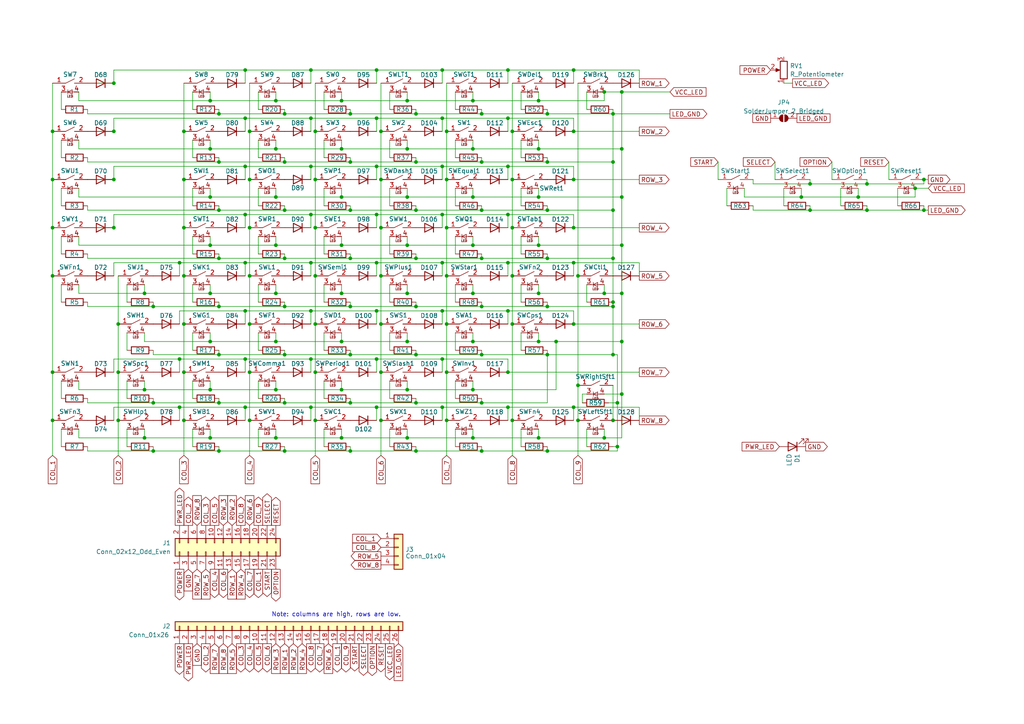
<source format=kicad_sch>
(kicad_sch (version 20250114) (generator "eeschema") (generator_version "9.0")
  (paper "A4")
  (title_block (title "Decent XE Keyboard - Modern") (date "2026-02-01") (rev "16") (company "Decent Engineering"))
  (text "Note: columns are high, rows are low." (at 78.74 179.07 0) (effects (font (size 1.27 1.27)) (justify left bottom)))
  (junction (at 158.75 102.87))
  (junction (at 128.27 48.26))
  (junction (at 63.5 88.9))
  (junction (at 99.06 113.03))
  (junction (at 82.55 60.96))
  (junction (at 80.01 113.03))
  (junction (at 267.97 52.07))
  (junction (at 60.96 57.15))
  (junction (at 110.49 93.98))
  (junction (at 91.44 38.1))
  (junction (at 72.39 107.95))
  (junction (at 118.11 85.09))
  (junction (at 177.8 88.9))
  (junction (at 156.21 85.09))
  (junction (at 60.96 71.12))
  (junction (at 99.06 57.15))
  (junction (at 90.17 62.23))
  (junction (at 110.49 66.04))
  (junction (at 63.5 130.81))
  (junction (at 148.59 121.92))
  (junction (at 80.01 85.09))
  (junction (at 33.02 24.13))
  (junction (at 109.22 48.26))
  (junction (at 99.06 127))
  (junction (at 166.37 93.98))
  (junction (at 118.11 113.03))
  (junction (at 267.97 60.96))
  (junction (at 139.7 46.99))
  (junction (at 129.54 38.1))
  (junction (at 180.34 114.3))
  (junction (at 101.6 33.02))
  (junction (at 147.32 118.11))
  (junction (at 129.54 121.92))
  (junction (at 101.6 116.84))
  (junction (at 53.34 80.01))
  (junction (at 101.6 74.93))
  (junction (at 109.22 76.2))
  (junction (at 101.6 102.87))
  (junction (at 139.7 74.93))
  (junction (at 129.54 80.01))
  (junction (at 110.49 107.95))
  (junction (at 156.21 71.12))
  (junction (at 52.07 104.14))
  (junction (at 109.22 90.17))
  (junction (at 139.7 116.84))
  (junction (at 15.24 52.07))
  (junction (at 41.91 113.03))
  (junction (at 118.11 99.06))
  (junction (at 156.21 57.15))
  (junction (at 44.45 116.84))
  (junction (at 177.8 74.93))
  (junction (at 109.22 104.14))
  (junction (at 44.45 88.9))
  (junction (at 251.46 53.34))
  (junction (at 72.39 121.92))
  (junction (at 101.6 88.9))
  (junction (at 53.34 38.1))
  (junction (at 82.55 74.93))
  (junction (at 60.96 43.18))
  (junction (at 180.34 71.12))
  (junction (at 156.21 127))
  (junction (at 91.44 80.01))
  (junction (at 147.32 34.29))
  (junction (at 91.44 66.04))
  (junction (at 80.01 57.15))
  (junction (at 129.54 66.04))
  (junction (at 110.49 38.1))
  (junction (at 53.34 107.95))
  (junction (at 52.07 76.2))
  (junction (at 166.37 20.32))
  (junction (at 82.55 116.84))
  (junction (at 72.39 38.1))
  (junction (at 120.65 46.99))
  (junction (at 90.17 76.2))
  (junction (at 167.64 121.92))
  (junction (at 167.64 111.76))
  (junction (at 166.37 38.1))
  (junction (at 82.55 88.9))
  (junction (at 177.8 60.96))
  (junction (at 248.92 57.15))
  (junction (at 139.7 88.9))
  (junction (at 166.37 76.2))
  (junction (at 129.54 52.07))
  (junction (at 53.34 93.98))
  (junction (at 90.17 118.11))
  (junction (at 71.12 48.26))
  (junction (at 109.22 20.32))
  (junction (at 148.59 80.01))
  (junction (at 33.02 52.07))
  (junction (at 158.75 130.81))
  (junction (at 110.49 52.07))
  (junction (at 148.59 52.07))
  (junction (at 180.34 99.06))
  (junction (at 71.12 76.2))
  (junction (at 34.29 93.98))
  (junction (at 71.12 62.23))
  (junction (at 63.5 33.02))
  (junction (at 180.34 85.09))
  (junction (at 120.65 102.87))
  (junction (at 60.96 85.09))
  (junction (at 128.27 34.29))
  (junction (at 156.21 99.06))
  (junction (at 166.37 52.07))
  (junction (at 177.8 87.63))
  (junction (at 120.65 130.81))
  (junction (at 148.59 38.1))
  (junction (at 99.06 99.06))
  (junction (at 166.37 118.11))
  (junction (at 175.26 26.67))
  (junction (at 15.24 121.92))
  (junction (at 82.55 102.87))
  (junction (at 63.5 46.99))
  (junction (at 158.75 88.9))
  (junction (at 147.32 20.32))
  (junction (at 101.6 46.99))
  (junction (at 33.02 38.1))
  (junction (at 63.5 74.93))
  (junction (at 166.37 66.04))
  (junction (at 175.26 127))
  (junction (at 137.16 57.15))
  (junction (at 71.12 90.17))
  (junction (at 63.5 116.84))
  (junction (at 60.96 113.03))
  (junction (at 118.11 43.18))
  (junction (at 118.11 71.12))
  (junction (at 82.55 46.99))
  (junction (at 60.96 29.21))
  (junction (at 137.16 127))
  (junction (at 52.07 118.11))
  (junction (at 91.44 107.95))
  (junction (at 147.32 107.95))
  (junction (at 139.7 33.02))
  (junction (at 161.29 99.06))
  (junction (at 177.8 33.02))
  (junction (at 60.96 127))
  (junction (at 80.01 99.06))
  (junction (at 60.96 99.06))
  (junction (at 120.65 116.84))
  (junction (at 71.12 34.29))
  (junction (at 139.7 60.96))
  (junction (at 179.07 116.84))
  (junction (at 15.24 80.01))
  (junction (at 72.39 52.07))
  (junction (at 128.27 104.14))
  (junction (at 99.06 85.09))
  (junction (at 177.8 102.87))
  (junction (at 71.12 118.11))
  (junction (at 158.75 60.96))
  (junction (at 101.6 60.96))
  (junction (at 128.27 62.23))
  (junction (at 33.02 66.04))
  (junction (at 148.59 66.04))
  (junction (at 129.54 93.98))
  (junction (at 156.21 43.18))
  (junction (at 99.06 71.12))
  (junction (at 137.16 85.09))
  (junction (at 34.29 121.92))
  (junction (at 129.54 107.95))
  (junction (at 110.49 121.92))
  (junction (at 128.27 20.32))
  (junction (at 90.17 20.32))
  (junction (at 109.22 62.23))
  (junction (at 156.21 29.21))
  (junction (at 41.91 85.09))
  (junction (at 110.49 80.01))
  (junction (at 15.24 107.95))
  (junction (at 72.39 66.04))
  (junction (at 109.22 118.11))
  (junction (at 177.8 121.92))
  (junction (at 53.34 121.92))
  (junction (at 90.17 48.26))
  (junction (at 90.17 34.29))
  (junction (at 180.34 43.18))
  (junction (at 147.32 48.26))
  (junction (at 179.07 129.54))
  (junction (at 158.75 46.99))
  (junction (at 139.7 130.81))
  (junction (at 72.39 80.01))
  (junction (at 82.55 33.02))
  (junction (at 63.5 102.87))
  (junction (at 139.7 102.87))
  (junction (at 80.01 127))
  (junction (at 99.06 29.21))
  (junction (at 180.34 57.15))
  (junction (at 137.16 99.06))
  (junction (at 148.59 93.98))
  (junction (at 118.11 57.15))
  (junction (at 147.32 76.2))
  (junction (at 118.11 29.21))
  (junction (at 53.34 66.04))
  (junction (at 80.01 43.18))
  (junction (at 71.12 104.14))
  (junction (at 120.65 60.96))
  (junction (at 158.75 33.02))
  (junction (at 82.55 130.81))
  (junction (at 44.45 130.81))
  (junction (at 99.06 43.18))
  (junction (at 63.5 60.96))
  (junction (at 175.26 85.09))
  (junction (at 90.17 90.17))
  (junction (at 251.46 60.96))
  (junction (at 15.24 38.1))
  (junction (at 120.65 74.93))
  (junction (at 91.44 93.98))
  (junction (at 158.75 74.93))
  (junction (at 128.27 90.17))
  (junction (at 180.34 26.67))
  (junction (at 265.43 54.61))
  (junction (at 167.64 80.01))
  (junction (at 80.01 71.12))
  (junction (at 137.16 71.12))
  (junction (at 137.16 29.21))
  (junction (at 147.32 62.23))
  (junction (at 91.44 121.92))
  (junction (at 120.65 33.02))
  (junction (at 147.32 90.17))
  (junction (at 101.6 130.81))
  (junction (at 120.65 88.9))
  (junction (at 234.95 60.96))
  (junction (at 232.41 57.15))
  (junction (at 128.27 76.2))
  (junction (at 234.95 53.34))
  (junction (at 80.01 29.21))
  (junction (at 109.22 34.29))
  (junction (at 71.12 20.32))
  (junction (at 15.24 66.04))
  (junction (at 137.16 113.03))
  (junction (at 90.17 104.14))
  (junction (at 34.29 107.95))
  (junction (at 41.91 127))
  (junction (at 91.44 52.07))
  (junction (at 53.34 52.07))
  (junction (at 177.8 46.99))
  (junction (at 118.11 127))
  (junction (at 128.27 118.11))
  (junction (at 72.39 93.98))
  (junction (at 137.16 43.18))
  (wire (pts (xy 99.06 127) (xy 99.06 124.46)))
  (wire (pts (xy 139.7 101.6) (xy 139.7 102.87)))
  (wire (pts (xy 137.16 57.15) (xy 137.16 54.61)))
  (wire (pts (xy 158.75 129.54) (xy 158.75 130.81)))
  (wire (pts (xy 166.37 118.11) (xy 166.37 121.92)))
  (wire (pts (xy 101.6 60.96) (xy 101.6 59.69)))
  (wire (pts (xy 71.12 90.17) (xy 71.12 93.98)))
  (wire (pts (xy 60.96 127) (xy 41.91 127)))
  (wire (pts (xy 109.22 90.17) (xy 109.22 93.98)))
  (wire (pts (xy 90.17 62.23) (xy 90.17 66.04)))
  (wire (pts (xy 148.59 80.01) (xy 148.59 93.98)))
  (wire (pts (xy 90.17 62.23) (xy 109.22 62.23)))
  (wire (pts (xy 22.86 71.12) (xy 22.86 68.58)))
  (wire (pts (xy 260.35 54.61) (xy 260.35 59.69)))
  (wire (pts (xy 52.07 76.2) (xy 71.12 76.2)))
  (wire (pts (xy 137.16 43.18) (xy 156.21 43.18)))
  (wire (pts (xy 93.98 40.64) (xy 93.98 45.72)))
  (wire (pts (xy 167.64 121.92) (xy 167.64 132.08)))
  (wire (pts (xy 60.96 29.21) (xy 60.96 26.67)))
  (wire (pts (xy 118.11 85.09) (xy 99.06 85.09)))
  (wire (pts (xy 60.96 43.18) (xy 60.96 40.64)))
  (wire (pts (xy 33.02 34.29) (xy 71.12 34.29)))
  (wire (pts (xy 91.44 121.92) (xy 91.44 132.08)))
  (wire (pts (xy 52.07 104.14) (xy 52.07 107.95)))
  (wire (pts (xy 118.11 82.55) (xy 118.11 85.09)))
  (wire (pts (xy 22.86 85.09) (xy 22.86 82.55)))
  (wire (pts (xy 180.34 57.15) (xy 156.21 57.15)))
  (wire (pts (xy 41.91 99.06) (xy 41.91 96.52)))
  (wire (pts (xy 63.5 130.81) (xy 63.5 129.54)))
  (wire (pts (xy 34.29 121.92) (xy 34.29 132.08)))
  (wire (pts (xy 180.34 85.09) (xy 180.34 99.06)))
  (wire (pts (xy 179.07 116.84) (xy 179.07 102.87)))
  (wire (pts (xy 25.4 60.96) (xy 63.5 60.96)))
  (wire (pts (xy 60.96 57.15) (xy 22.86 57.15)))
  (wire (pts (xy 90.17 34.29) (xy 109.22 34.29)))
  (wire (pts (xy 63.5 88.9) (xy 44.45 88.9)))
  (wire (pts (xy 118.11 85.09) (xy 137.16 85.09)))
  (wire (pts (xy 148.59 24.13) (xy 148.59 38.1)))
  (wire (pts (xy 52.07 76.2) (xy 52.07 80.01)))
  (wire (pts (xy 120.65 115.57) (xy 120.65 116.84)))
  (wire (pts (xy 80.01 57.15) (xy 60.96 57.15)))
  (wire (pts (xy 33.02 80.01) (xy 33.02 76.2)))
  (wire (pts (xy 22.86 43.18) (xy 22.86 40.64)))
  (wire (pts (xy 99.06 29.21) (xy 99.06 26.67)))
  (wire (pts (xy 33.02 48.26) (xy 71.12 48.26)))
  (wire (pts (xy 82.55 102.87) (xy 82.55 101.6)))
  (wire (pts (xy 139.7 60.96) (xy 158.75 60.96)))
  (wire (pts (xy 41.91 113.03) (xy 22.86 113.03)))
  (wire (pts (xy 148.59 66.04) (xy 148.59 80.01)))
  (wire (pts (xy 147.32 48.26) (xy 166.37 48.26)))
  (wire (pts (xy 147.32 20.32) (xy 166.37 20.32)))
  (wire (pts (xy 33.02 52.07) (xy 33.02 48.26)))
  (wire (pts (xy 185.42 118.11) (xy 185.42 121.92)))
  (wire (pts (xy 27.94 52.07) (xy 33.02 52.07)))
  (wire (pts (xy 234.95 53.34) (xy 251.46 53.34)))
  (wire (pts (xy 147.32 118.11) (xy 147.32 121.92)))
  (wire (pts (xy 99.06 43.18) (xy 99.06 40.64)))
  (wire (pts (xy 55.88 26.67) (xy 55.88 31.75)))
  (wire (pts (xy 101.6 33.02) (xy 120.65 33.02)))
  (wire (pts (xy 71.12 62.23) (xy 90.17 62.23)))
  (wire (pts (xy 118.11 29.21) (xy 118.11 26.67)))
  (wire (pts (xy 22.86 127) (xy 22.86 124.46)))
  (wire (pts (xy 72.39 24.13) (xy 72.39 38.1)))
  (wire (pts (xy 118.11 71.12) (xy 137.16 71.12)))
  (wire (pts (xy 120.65 33.02) (xy 139.7 33.02)))
  (wire (pts (xy 120.65 31.75) (xy 120.65 33.02)))
  (wire (pts (xy 71.12 62.23) (xy 71.12 66.04)))
  (wire (pts (xy 63.5 33.02) (xy 25.4 33.02)))
  (wire (pts (xy 156.21 124.46) (xy 156.21 127)))
  (wire (pts (xy 80.01 43.18) (xy 60.96 43.18)))
  (wire (pts (xy 93.98 54.61) (xy 93.98 59.69)))
  (wire (pts (xy 137.16 110.49) (xy 137.16 113.03)))
  (wire (pts (xy 71.12 34.29) (xy 71.12 38.1)))
  (wire (pts (xy 93.98 96.52) (xy 93.98 101.6)))
  (wire (pts (xy 132.08 68.58) (xy 132.08 73.66)))
  (wire (pts (xy 128.27 48.26) (xy 128.27 52.07)))
  (wire (pts (xy 167.64 80.01) (xy 167.64 111.76)))
  (wire (pts (xy 129.54 52.07) (xy 129.54 66.04)))
  (wire (pts (xy 55.88 40.64) (xy 55.88 45.72)))
  (wire (pts (xy 158.75 74.93) (xy 177.8 74.93)))
  (wire (pts (xy 74.93 54.61) (xy 74.93 59.69)))
  (wire (pts (xy 139.7 33.02) (xy 158.75 33.02)))
  (wire (pts (xy 128.27 76.2) (xy 128.27 80.01)))
  (wire (pts (xy 166.37 90.17) (xy 166.37 93.98)))
  (wire (pts (xy 137.16 71.12) (xy 137.16 68.58)))
  (wire (pts (xy 74.93 26.67) (xy 74.93 31.75)))
  (wire (pts (xy 257.81 46.99) (xy 257.81 52.07)))
  (wire (pts (xy 218.44 53.34) (xy 234.95 53.34)))
  (wire (pts (xy 71.12 20.32) (xy 90.17 20.32)))
  (wire (pts (xy 34.29 107.95) (xy 34.29 121.92)))
  (wire (pts (xy 120.65 102.87) (xy 139.7 102.87)))
  (wire (pts (xy 161.29 113.03) (xy 161.29 99.06)))
  (wire (pts (xy 156.21 127) (xy 175.26 127)))
  (wire (pts (xy 99.06 71.12) (xy 80.01 71.12)))
  (wire (pts (xy 137.16 57.15) (xy 118.11 57.15)))
  (wire (pts (xy 27.94 38.1) (xy 33.02 38.1)))
  (wire (pts (xy 60.96 113.03) (xy 41.91 113.03)))
  (wire (pts (xy 63.5 60.96) (xy 63.5 59.69)))
  (wire (pts (xy 156.21 29.21) (xy 156.21 26.67)))
  (wire (pts (xy 180.34 71.12) (xy 156.21 71.12)))
  (wire (pts (xy 137.16 43.18) (xy 118.11 43.18)))
  (wire (pts (xy 60.96 57.15) (xy 60.96 54.61)))
  (wire (pts (xy 139.7 130.81) (xy 120.65 130.81)))
  (wire (pts (xy 90.17 104.14) (xy 90.17 107.95)))
  (wire (pts (xy 82.55 130.81) (xy 82.55 129.54)))
  (wire (pts (xy 158.75 60.96) (xy 158.75 59.69)))
  (wire (pts (xy 15.24 107.95) (xy 15.24 121.92)))
  (wire (pts (xy 25.4 33.02) (xy 25.4 31.75)))
  (wire (pts (xy 63.5 46.99) (xy 63.5 45.72)))
  (wire (pts (xy 109.22 104.14) (xy 128.27 104.14)))
  (wire (pts (xy 53.34 93.98) (xy 53.34 107.95)))
  (wire (pts (xy 63.5 102.87) (xy 44.45 102.87)))
  (wire (pts (xy 166.37 93.98) (xy 185.42 93.98)))
  (wire (pts (xy 15.24 38.1) (xy 15.24 52.07)))
  (wire (pts (xy 267.97 59.69) (xy 267.97 60.96)))
  (wire (pts (xy 147.32 76.2) (xy 166.37 76.2)))
  (wire (pts (xy 158.75 102.87) (xy 158.75 116.84)))
  (wire (pts (xy 99.06 85.09) (xy 80.01 85.09)))
  (wire (pts (xy 110.49 93.98) (xy 110.49 107.95)))
  (wire (pts (xy 90.17 20.32) (xy 90.17 24.13)))
  (wire (pts (xy 33.02 66.04) (xy 33.02 62.23)))
  (wire (pts (xy 41.91 127) (xy 22.86 127)))
  (wire (pts (xy 132.08 124.46) (xy 132.08 129.54)))
  (wire (pts (xy 93.98 110.49) (xy 93.98 115.57)))
  (wire (pts (xy 137.16 96.52) (xy 137.16 99.06)))
  (wire (pts (xy 132.08 82.55) (xy 132.08 87.63)))
  (wire (pts (xy 80.01 29.21) (xy 80.01 26.67)))
  (wire (pts (xy 251.46 53.34) (xy 251.46 52.07)))
  (wire (pts (xy 60.96 85.09) (xy 41.91 85.09)))
  (wire (pts (xy 120.65 74.93) (xy 139.7 74.93)))
  (wire (pts (xy 33.02 20.32) (xy 71.12 20.32)))
  (wire (pts (xy 148.59 38.1) (xy 148.59 52.07)))
  (wire (pts (xy 147.32 48.26) (xy 147.32 52.07)))
  (wire (pts (xy 99.06 113.03) (xy 80.01 113.03)))
  (wire (pts (xy 129.54 121.92) (xy 129.54 132.08)))
  (wire (pts (xy 118.11 57.15) (xy 118.11 54.61)))
  (wire (pts (xy 91.44 38.1) (xy 91.44 52.07)))
  (wire (pts (xy 180.34 26.67) (xy 180.34 43.18)))
  (wire (pts (xy 128.27 76.2) (xy 147.32 76.2)))
  (wire (pts (xy 60.96 71.12) (xy 60.96 68.58)))
  (wire (pts (xy 60.96 99.06) (xy 60.96 96.52)))
  (wire (pts (xy 128.27 20.32) (xy 128.27 24.13)))
  (wire (pts (xy 175.26 29.21) (xy 156.21 29.21)))
  (wire (pts (xy 82.55 45.72) (xy 82.55 46.99)))
  (wire (pts (xy 71.12 34.29) (xy 90.17 34.29)))
  (wire (pts (xy 180.34 71.12) (xy 180.34 85.09)))
  (wire (pts (xy 151.13 68.58) (xy 151.13 73.66)))
  (wire (pts (xy 113.03 68.58) (xy 113.03 73.66)))
  (wire (pts (xy 63.5 116.84) (xy 44.45 116.84)))
  (wire (pts (xy 128.27 118.11) (xy 128.27 121.92)))
  (wire (pts (xy 60.96 71.12) (xy 22.86 71.12)))
  (wire (pts (xy 41.91 127) (xy 41.91 124.46)))
  (wire (pts (xy 129.54 66.04) (xy 129.54 80.01)))
  (wire (pts (xy 166.37 52.07) (xy 185.42 52.07)))
  (wire (pts (xy 156.21 43.18) (xy 156.21 40.64)))
  (wire (pts (xy 120.65 73.66) (xy 120.65 74.93)))
  (wire (pts (xy 166.37 48.26) (xy 166.37 52.07)))
  (wire (pts (xy 137.16 99.06) (xy 156.21 99.06)))
  (wire (pts (xy 118.11 127) (xy 99.06 127)))
  (wire (pts (xy 80.01 127) (xy 60.96 127)))
  (wire (pts (xy 25.4 130.81) (xy 25.4 129.54)))
  (wire (pts (xy 156.21 85.09) (xy 175.26 85.09)))
  (wire (pts (xy 158.75 102.87) (xy 158.75 101.6)))
  (wire (pts (xy 118.11 43.18) (xy 99.06 43.18)))
  (wire (pts (xy 101.6 74.93) (xy 101.6 73.66)))
  (wire (pts (xy 15.24 80.01) (xy 15.24 107.95)))
  (wire (pts (xy 90.17 90.17) (xy 90.17 93.98)))
  (wire (pts (xy 44.45 88.9) (xy 44.45 87.63)))
  (wire (pts (xy 99.06 113.03) (xy 99.06 110.49)))
  (wire (pts (xy 137.16 40.64) (xy 137.16 43.18)))
  (wire (pts (xy 53.34 66.04) (xy 53.34 80.01)))
  (wire (pts (xy 91.44 52.07) (xy 91.44 66.04)))
  (wire (pts (xy 109.22 76.2) (xy 109.22 80.01)))
  (wire (pts (xy 63.5 33.02) (xy 63.5 31.75)))
  (wire (pts (xy 137.16 113.03) (xy 161.29 113.03)))
  (wire (pts (xy 120.65 102.87) (xy 101.6 102.87)))
  (wire (pts (xy 91.44 107.95) (xy 91.44 121.92)))
  (wire (pts (xy 137.16 71.12) (xy 156.21 71.12)))
  (wire (pts (xy 147.32 90.17) (xy 147.32 93.98)))
  (wire (pts (xy 128.27 104.14) (xy 147.32 104.14)))
  (wire (pts (xy 74.93 82.55) (xy 74.93 87.63)))
  (wire (pts (xy 25.4 46.99) (xy 25.4 45.72)))
  (wire (pts (xy 132.08 96.52) (xy 132.08 101.6)))
  (wire (pts (xy 17.78 82.55) (xy 17.78 87.63)))
  (wire (pts (xy 129.54 80.01) (xy 129.54 93.98)))
  (wire (pts (xy 101.6 46.99) (xy 101.6 45.72)))
  (wire (pts (xy 90.17 104.14) (xy 109.22 104.14)))
  (wire (pts (xy 166.37 62.23) (xy 166.37 66.04)))
  (wire (pts (xy 90.17 76.2) (xy 90.17 80.01)))
  (wire (pts (xy 82.55 130.81) (xy 63.5 130.81)))
  (wire (pts (xy 113.03 110.49) (xy 113.03 115.57)))
  (wire (pts (xy 180.34 127) (xy 175.26 127)))
  (wire (pts (xy 139.7 102.87) (xy 158.75 102.87)))
  (wire (pts (xy 74.93 96.52) (xy 74.93 101.6)))
  (wire (pts (xy 118.11 71.12) (xy 99.06 71.12)))
  (wire (pts (xy 148.59 121.92) (xy 148.59 132.08)))
  (wire (pts (xy 27.94 66.04) (xy 33.02 66.04)))
  (wire (pts (xy 82.55 88.9) (xy 63.5 88.9)))
  (wire (pts (xy 128.27 20.32) (xy 147.32 20.32)))
  (wire (pts (xy 44.45 130.81) (xy 25.4 130.81)))
  (wire (pts (xy 82.55 116.84) (xy 82.55 115.57)))
  (wire (pts (xy 99.06 99.06) (xy 99.06 96.52)))
  (wire (pts (xy 215.9 54.61) (xy 215.9 57.15)))
  (wire (pts (xy 166.37 66.04) (xy 185.42 66.04)))
  (wire (pts (xy 99.06 85.09) (xy 99.06 82.55)))
  (wire (pts (xy 180.34 57.15) (xy 180.34 71.12)))
  (wire (pts (xy 15.24 52.07) (xy 15.24 66.04)))
  (wire (pts (xy 177.8 88.9) (xy 177.8 87.63)))
  (wire (pts (xy 101.6 88.9) (xy 101.6 87.63)))
  (wire (pts (xy 265.43 54.61) (xy 269.24 54.61)))
  (wire (pts (xy 137.16 127) (xy 137.16 124.46)))
  (wire (pts (xy 53.34 121.92) (xy 53.34 132.08)))
  (wire (pts (xy 177.8 46.99) (xy 177.8 60.96)))
  (wire (pts (xy 210.82 54.61) (xy 210.82 59.69)))
  (wire (pts (xy 180.34 26.67) (xy 194.31 26.67)))
  (wire (pts (xy 101.6 130.81) (xy 82.55 130.81)))
  (wire (pts (xy 158.75 130.81) (xy 139.7 130.81)))
  (wire (pts (xy 27.94 24.13) (xy 33.02 24.13)))
  (wire (pts (xy 71.12 104.14) (xy 71.12 107.95)))
  (wire (pts (xy 33.02 121.92) (xy 33.02 118.11)))
  (wire (pts (xy 170.18 114.3) (xy 168.91 114.3)))
  (wire (pts (xy 82.55 60.96) (xy 101.6 60.96)))
  (wire (pts (xy 36.83 96.52) (xy 36.83 101.6)))
  (wire (pts (xy 128.27 90.17) (xy 147.32 90.17)))
  (wire (pts (xy 241.3 46.99) (xy 241.3 52.07)))
  (wire (pts (xy 128.27 118.11) (xy 147.32 118.11)))
  (wire (pts (xy 118.11 99.06) (xy 99.06 99.06)))
  (wire (pts (xy 53.34 24.13) (xy 53.34 38.1)))
  (wire (pts (xy 72.39 93.98) (xy 72.39 107.95)))
  (wire (pts (xy 63.5 130.81) (xy 44.45 130.81)))
  (wire (pts (xy 52.07 93.98) (xy 52.07 90.17)))
  (wire (pts (xy 15.24 66.04) (xy 15.24 80.01)))
  (wire (pts (xy 82.55 74.93) (xy 82.55 73.66)))
  (wire (pts (xy 109.22 20.32) (xy 109.22 24.13)))
  (wire (pts (xy 234.95 60.96) (xy 234.95 59.69)))
  (wire (pts (xy 109.22 20.32) (xy 128.27 20.32)))
  (wire (pts (xy 168.91 114.3) (xy 168.91 116.84)))
  (wire (pts (xy 118.11 127) (xy 118.11 124.46)))
  (wire (pts (xy 128.27 104.14) (xy 128.27 107.95)))
  (wire (pts (xy 170.18 26.67) (xy 170.18 31.75)))
  (wire (pts (xy 71.12 20.32) (xy 71.12 24.13)))
  (wire (pts (xy 74.93 110.49) (xy 74.93 115.57)))
  (wire (pts (xy 36.83 124.46) (xy 36.83 129.54)))
  (wire (pts (xy 118.11 57.15) (xy 99.06 57.15)))
  (wire (pts (xy 74.93 40.64) (xy 74.93 45.72)))
  (wire (pts (xy 158.75 45.72) (xy 158.75 46.99)))
  (wire (pts (xy 139.7 46.99) (xy 158.75 46.99)))
  (wire (pts (xy 110.49 66.04) (xy 110.49 80.01)))
  (wire (pts (xy 25.4 116.84) (xy 25.4 115.57)))
  (wire (pts (xy 55.88 68.58) (xy 55.88 73.66)))
  (wire (pts (xy 15.24 121.92) (xy 15.24 132.08)))
  (wire (pts (xy 99.06 127) (xy 80.01 127)))
  (wire (pts (xy 72.39 66.04) (xy 72.39 80.01)))
  (wire (pts (xy 93.98 82.55) (xy 93.98 87.63)))
  (wire (pts (xy 113.03 96.52) (xy 113.03 101.6)))
  (wire (pts (xy 22.86 29.21) (xy 22.86 26.67)))
  (wire (pts (xy 139.7 115.57) (xy 139.7 116.84)))
  (wire (pts (xy 17.78 110.49) (xy 17.78 115.57)))
  (wire (pts (xy 113.03 26.67) (xy 113.03 31.75)))
  (wire (pts (xy 120.65 74.93) (xy 101.6 74.93)))
  (wire (pts (xy 55.88 110.49) (xy 55.88 115.57)))
  (wire (pts (xy 60.96 127) (xy 60.96 124.46)))
  (wire (pts (xy 110.49 121.92) (xy 110.49 132.08)))
  (wire (pts (xy 55.88 124.46) (xy 55.88 129.54)))
  (wire (pts (xy 72.39 121.92) (xy 72.39 132.08)))
  (wire (pts (xy 156.21 127) (xy 137.16 127)))
  (wire (pts (xy 82.55 74.93) (xy 63.5 74.93)))
  (wire (pts (xy 80.01 71.12) (xy 80.01 68.58)))
  (wire (pts (xy 147.32 34.29) (xy 147.32 38.1)))
  (wire (pts (xy 176.53 116.84) (xy 179.07 116.84)))
  (wire (pts (xy 109.22 48.26) (xy 109.22 52.07)))
  (wire (pts (xy 120.65 130.81) (xy 101.6 130.81)))
  (wire (pts (xy 167.64 24.13) (xy 167.64 80.01)))
  (wire (pts (xy 90.17 76.2) (xy 109.22 76.2)))
  (wire (pts (xy 17.78 124.46) (xy 17.78 129.54)))
  (wire (pts (xy 44.45 116.84) (xy 44.45 115.57)))
  (wire (pts (xy 170.18 124.46) (xy 170.18 129.54)))
  (wire (pts (xy 118.11 96.52) (xy 118.11 99.06)))
  (wire (pts (xy 132.08 54.61) (xy 132.08 59.69)))
  (wire (pts (xy 265.43 57.15) (xy 265.43 54.61)))
  (wire (pts (xy 110.49 52.07) (xy 110.49 66.04)))
  (wire (pts (xy 185.42 107.95) (xy 147.32 107.95)))
  (wire (pts (xy 132.08 26.67) (xy 132.08 31.75)))
  (wire (pts (xy 137.16 29.21) (xy 137.16 26.67)))
  (wire (pts (xy 151.13 82.55) (xy 151.13 87.63)))
  (wire (pts (xy 175.26 26.67) (xy 175.26 29.21)))
  (wire (pts (xy 158.75 74.93) (xy 158.75 73.66)))
  (wire (pts (xy 158.75 46.99) (xy 177.8 46.99)))
  (wire (pts (xy 139.7 116.84) (xy 158.75 116.84)))
  (wire (pts (xy 251.46 60.96) (xy 234.95 60.96)))
  (wire (pts (xy 148.59 93.98) (xy 148.59 121.92)))
  (wire (pts (xy 101.6 116.84) (xy 101.6 115.57)))
  (wire (pts (xy 151.13 54.61) (xy 151.13 59.69)))
  (wire (pts (xy 248.92 57.15) (xy 265.43 57.15)))
  (wire (pts (xy 33.02 76.2) (xy 52.07 76.2)))
  (wire (pts (xy 118.11 29.21) (xy 99.06 29.21)))
  (wire (pts (xy 175.26 85.09) (xy 180.34 85.09)))
  (wire (pts (xy 147.32 34.29) (xy 166.37 34.29)))
  (wire (pts (xy 74.93 68.58) (xy 74.93 73.66)))
  (wire (pts (xy 120.65 116.84) (xy 139.7 116.84)))
  (wire (pts (xy 120.65 101.6) (xy 120.65 102.87)))
  (wire (pts (xy 90.17 118.11) (xy 109.22 118.11)))
  (wire (pts (xy 158.75 87.63) (xy 158.75 88.9)))
  (wire (pts (xy 99.06 99.06) (xy 80.01 99.06)))
  (wire (pts (xy 72.39 38.1) (xy 72.39 52.07)))
  (wire (pts (xy 71.12 118.11) (xy 71.12 121.92)))
  (wire (pts (xy 99.06 29.21) (xy 80.01 29.21)))
  (wire (pts (xy 60.96 29.21) (xy 22.86 29.21)))
  (wire (pts (xy 25.4 59.69) (xy 25.4 60.96)))
  (wire (pts (xy 25.4 88.9) (xy 25.4 87.63)))
  (wire (pts (xy 44.45 130.81) (xy 44.45 129.54)))
  (wire (pts (xy 139.7 33.02) (xy 139.7 31.75)))
  (wire (pts (xy 80.01 85.09) (xy 80.01 82.55)))
  (wire (pts (xy 147.32 90.17) (xy 166.37 90.17)))
  (wire (pts (xy 71.12 48.26) (xy 90.17 48.26)))
  (wire (pts (xy 118.11 68.58) (xy 118.11 71.12)))
  (wire (pts (xy 80.01 71.12) (xy 60.96 71.12)))
  (wire (pts (xy 267.97 53.34) (xy 251.46 53.34)))
  (wire (pts (xy 179.07 102.87) (xy 177.8 102.87)))
  (wire (pts (xy 93.98 26.67) (xy 93.98 31.75)))
  (wire (pts (xy 179.07 130.81) (xy 179.07 129.54)))
  (wire (pts (xy 139.7 46.99) (xy 139.7 45.72)))
  (wire (pts (xy 170.18 82.55) (xy 170.18 87.63)))
  (wire (pts (xy 80.01 43.18) (xy 80.01 40.64)))
  (wire (pts (xy 120.65 116.84) (xy 101.6 116.84)))
  (wire (pts (xy 139.7 130.81) (xy 139.7 129.54)))
  (wire (pts (xy 128.27 90.17) (xy 128.27 93.98)))
  (wire (pts (xy 80.01 127) (xy 80.01 124.46)))
  (wire (pts (xy 118.11 113.03) (xy 118.11 110.49)))
  (wire (pts (xy 63.5 74.93) (xy 63.5 73.66)))
  (wire (pts (xy 101.6 31.75) (xy 101.6 33.02)))
  (wire (pts (xy 101.6 74.93) (xy 82.55 74.93)))
  (wire (pts (xy 44.45 88.9) (xy 25.4 88.9)))
  (wire (pts (xy 110.49 80.01) (xy 110.49 93.98)))
  (wire (pts (xy 101.6 116.84) (xy 82.55 116.84)))
  (wire (pts (xy 151.13 96.52) (xy 151.13 101.6)))
  (wire (pts (xy 156.21 57.15) (xy 137.16 57.15)))
  (wire (pts (xy 166.37 118.11) (xy 185.42 118.11)))
  (wire (pts (xy 109.22 48.26) (xy 128.27 48.26)))
  (wire (pts (xy 251.46 60.96) (xy 251.46 59.69)))
  (wire (pts (xy 232.41 54.61) (xy 232.41 57.15)))
  (wire (pts (xy 234.95 52.07) (xy 234.95 53.34)))
  (wire (pts (xy 72.39 52.07) (xy 72.39 66.04)))
  (wire (pts (xy 71.12 104.14) (xy 90.17 104.14)))
  (wire (pts (xy 110.49 24.13) (xy 110.49 38.1)))
  (wire (pts (xy 215.9 57.15) (xy 232.41 57.15)))
  (wire (pts (xy 63.5 74.93) (xy 25.4 74.93)))
  (wire (pts (xy 109.22 90.17) (xy 128.27 90.17)))
  (wire (pts (xy 80.01 85.09) (xy 60.96 85.09)))
  (wire (pts (xy 101.6 102.87) (xy 101.6 101.6)))
  (wire (pts (xy 156.21 29.21) (xy 137.16 29.21)))
  (wire (pts (xy 158.75 88.9) (xy 177.8 88.9)))
  (wire (pts (xy 180.34 99.06) (xy 161.29 99.06)))
  (wire (pts (xy 109.22 34.29) (xy 128.27 34.29)))
  (wire (pts (xy 232.41 57.15) (xy 248.92 57.15)))
  (wire (pts (xy 25.4 74.93) (xy 25.4 73.66)))
  (wire (pts (xy 139.7 60.96) (xy 139.7 59.69)))
  (wire (pts (xy 120.65 46.99) (xy 120.65 45.72)))
  (wire (pts (xy 248.92 54.61) (xy 248.92 57.15)))
  (wire (pts (xy 82.55 102.87) (xy 63.5 102.87)))
  (wire (pts (xy 166.37 34.29) (xy 166.37 38.1)))
  (wire (pts (xy 227.33 24.13) (xy 229.87 24.13)))
  (wire (pts (xy 132.08 110.49) (xy 132.08 115.57)))
  (wire (pts (xy 36.83 110.49) (xy 36.83 115.57)))
  (wire (pts (xy 129.54 38.1) (xy 129.54 52.07)))
  (wire (pts (xy 33.02 38.1) (xy 33.02 34.29)))
  (wire (pts (xy 128.27 48.26) (xy 147.32 48.26)))
  (wire (pts (xy 80.01 57.15) (xy 80.01 54.61)))
  (wire (pts (xy 167.64 111.76) (xy 167.64 121.92)))
  (wire (pts (xy 82.55 33.02) (xy 63.5 33.02)))
  (wire (pts (xy 267.97 60.96) (xy 269.24 60.96)))
  (wire (pts (xy 113.03 124.46) (xy 113.03 129.54)))
  (wire (pts (xy 113.03 82.55) (xy 113.03 87.63)))
  (wire (pts (xy 80.01 113.03) (xy 60.96 113.03)))
  (wire (pts (xy 166.37 76.2) (xy 166.37 80.01)))
  (wire (pts (xy 180.34 43.18) (xy 180.34 57.15)))
  (wire (pts (xy 177.8 129.54) (xy 179.07 129.54)))
  (wire (pts (xy 109.22 118.11) (xy 109.22 121.92)))
  (wire (pts (xy 101.6 102.87) (xy 82.55 102.87)))
  (wire (pts (xy 120.65 88.9) (xy 101.6 88.9)))
  (wire (pts (xy 44.45 116.84) (xy 25.4 116.84)))
  (wire (pts (xy 82.55 46.99) (xy 101.6 46.99)))
  (wire (pts (xy 33.02 118.11) (xy 52.07 118.11)))
  (wire (pts (xy 185.42 76.2) (xy 185.42 80.01)))
  (wire (pts (xy 109.22 118.11) (xy 128.27 118.11)))
  (wire (pts (xy 139.7 74.93) (xy 158.75 74.93)))
  (wire (pts (xy 166.37 38.1) (xy 185.42 38.1)))
  (wire (pts (xy 180.34 114.3) (xy 175.26 114.3)))
  (wire (pts (xy 156.21 99.06) (xy 156.21 96.52)))
  (wire (pts (xy 91.44 93.98) (xy 91.44 107.95)))
  (wire (pts (xy 82.55 46.99) (xy 63.5 46.99)))
  (wire (pts (xy 33.02 107.95) (xy 33.02 104.14)))
  (wire (pts (xy 17.78 68.58) (xy 17.78 73.66)))
  (wire (pts (xy 147.32 76.2) (xy 147.32 80.01)))
  (wire (pts (xy 177.8 88.9) (xy 177.8 102.87)))
  (wire (pts (xy 218.44 53.34) (xy 218.44 52.07)))
  (wire (pts (xy 33.02 24.13) (xy 33.02 20.32)))
  (wire (pts (xy 148.59 52.07) (xy 148.59 66.04)))
  (wire (pts (xy 132.08 40.64) (xy 132.08 45.72)))
  (wire (pts (xy 137.16 127) (xy 118.11 127)))
  (wire (pts (xy 71.12 118.11) (xy 90.17 118.11)))
  (wire (pts (xy 90.17 20.32) (xy 109.22 20.32)))
  (wire (pts (xy 101.6 33.02) (xy 82.55 33.02)))
  (wire (pts (xy 99.06 57.15) (xy 99.06 54.61)))
  (wire (pts (xy 137.16 113.03) (xy 118.11 113.03)))
  (wire (pts (xy 22.86 113.03) (xy 22.86 110.49)))
  (wire (pts (xy 63.5 60.96) (xy 82.55 60.96)))
  (wire (pts (xy 224.79 46.99) (xy 224.79 52.07)))
  (wire (pts (xy 118.11 113.03) (xy 99.06 113.03)))
  (wire (pts (xy 147.32 20.32) (xy 147.32 24.13)))
  (wire (pts (xy 55.88 54.61) (xy 55.88 59.69)))
  (wire (pts (xy 158.75 130.81) (xy 179.07 130.81)))
  (wire (pts (xy 177.8 33.02) (xy 194.31 33.02)))
  (wire (pts (xy 99.06 43.18) (xy 80.01 43.18)))
  (wire (pts (xy 82.55 88.9) (xy 82.55 87.63)))
  (wire (pts (xy 208.28 46.99) (xy 208.28 52.07)))
  (wire (pts (xy 166.37 76.2) (xy 185.42 76.2)))
  (wire (pts (xy 118.11 99.06) (xy 137.16 99.06)))
  (wire (pts (xy 33.02 104.14) (xy 52.07 104.14)))
  (wire (pts (xy 91.44 24.13) (xy 91.44 38.1)))
  (wire (pts (xy 101.6 130.81) (xy 101.6 129.54)))
  (wire (pts (xy 161.29 99.06) (xy 156.21 99.06)))
  (wire (pts (xy 147.32 62.23) (xy 166.37 62.23)))
  (wire (pts (xy 267.97 60.96) (xy 251.46 60.96)))
  (wire (pts (xy 109.22 34.29) (xy 109.22 38.1)))
  (wire (pts (xy 137.16 82.55) (xy 137.16 85.09)))
  (wire (pts (xy 101.6 46.99) (xy 120.65 46.99)))
  (wire (pts (xy 90.17 48.26) (xy 109.22 48.26)))
  (wire (pts (xy 90.17 90.17) (xy 109.22 90.17)))
  (wire (pts (xy 218.44 60.96) (xy 218.44 59.69)))
  (wire (pts (xy 113.03 54.61) (xy 113.03 59.69)))
  (wire (pts (xy 63.5 88.9) (xy 63.5 87.63)))
  (wire (pts (xy 166.37 20.32) (xy 166.37 24.13)))
  (wire (pts (xy 227.33 54.61) (xy 227.33 59.69)))
  (wire (pts (xy 120.65 46.99) (xy 139.7 46.99)))
  (wire (pts (xy 91.44 66.04) (xy 91.44 80.01)))
  (wire (pts (xy 139.7 74.93) (xy 139.7 73.66)))
  (wire (pts (xy 175.26 85.09) (xy 175.26 82.55)))
  (wire (pts (xy 80.01 99.06) (xy 80.01 96.52)))
  (wire (pts (xy 15.24 24.13) (xy 15.24 38.1)))
  (wire (pts (xy 151.13 26.67) (xy 151.13 31.75)))
  (wire (pts (xy 17.78 54.61) (xy 17.78 59.69)))
  (wire (pts (xy 151.13 124.46) (xy 151.13 129.54)))
  (wire (pts (xy 139.7 87.63) (xy 139.7 88.9)))
  (wire (pts (xy 60.96 113.03) (xy 60.96 110.49)))
  (wire (pts (xy 53.34 38.1) (xy 53.34 52.07)))
  (wire (pts (xy 80.01 113.03) (xy 80.01 110.49)))
  (wire (pts (xy 243.84 54.61) (xy 243.84 59.69)))
  (wire (pts (xy 63.5 102.87) (xy 63.5 101.6)))
  (wire (pts (xy 158.75 33.02) (xy 158.75 31.75)))
  (wire (pts (xy 175.26 127) (xy 175.26 124.46)))
  (wire (pts (xy 80.01 29.21) (xy 60.96 29.21)))
  (wire (pts (xy 36.83 82.55) (xy 36.83 87.63)))
  (wire (pts (xy 63.5 116.84) (xy 63.5 115.57)))
  (wire (pts (xy 177.8 74.93) (xy 177.8 87.63)))
  (wire (pts (xy 55.88 96.52) (xy 55.88 101.6)))
  (wire (pts (xy 52.07 90.17) (xy 71.12 90.17)))
  (wire (pts (xy 71.12 76.2) (xy 90.17 76.2)))
  (wire (pts (xy 41.91 85.09) (xy 41.91 82.55)))
  (wire (pts (xy 177.8 60.96) (xy 177.8 74.93)))
  (wire (pts (xy 177.8 111.76) (xy 177.8 121.92)))
  (wire (pts (xy 120.65 130.81) (xy 120.65 129.54)))
  (wire (pts (xy 128.27 62.23) (xy 147.32 62.23)))
  (wire (pts (xy 53.34 52.07) (xy 53.34 66.04)))
  (wire (pts (xy 60.96 85.09) (xy 60.96 82.55)))
  (wire (pts (xy 177.8 33.02) (xy 177.8 46.99)))
  (wire (pts (xy 82.55 60.96) (xy 82.55 59.69)))
  (wire (pts (xy 44.45 102.87) (xy 44.45 101.6)))
  (wire (pts (xy 52.07 118.11) (xy 52.07 121.92)))
  (wire (pts (xy 55.88 82.55) (xy 55.88 87.63)))
  (wire (pts (xy 180.34 99.06) (xy 180.34 114.3)))
  (wire (pts (xy 177.8 33.02) (xy 177.8 31.75)))
  (wire (pts (xy 120.65 87.63) (xy 120.65 88.9)))
  (wire (pts (xy 120.65 60.96) (xy 139.7 60.96)))
  (wire (pts (xy 137.16 85.09) (xy 156.21 85.09)))
  (wire (pts (xy 33.02 62.23) (xy 71.12 62.23)))
  (wire (pts (xy 128.27 34.29) (xy 147.32 34.29)))
  (wire (pts (xy 71.12 76.2) (xy 71.12 80.01)))
  (wire (pts (xy 93.98 68.58) (xy 93.98 73.66)))
  (wire (pts (xy 101.6 60.96) (xy 120.65 60.96)))
  (wire (pts (xy 90.17 118.11) (xy 90.17 121.92)))
  (wire (pts (xy 147.32 118.11) (xy 166.37 118.11)))
  (wire (pts (xy 41.91 85.09) (xy 22.86 85.09)))
  (wire (pts (xy 90.17 34.29) (xy 90.17 38.1)))
  (wire (pts (xy 63.5 46.99) (xy 25.4 46.99)))
  (wire (pts (xy 52.07 118.11) (xy 71.12 118.11)))
  (wire (pts (xy 93.98 124.46) (xy 93.98 129.54)))
  (wire (pts (xy 82.55 116.84) (xy 63.5 116.84)))
  (wire (pts (xy 185.42 20.32) (xy 185.42 24.13)))
  (wire (pts (xy 90.17 48.26) (xy 90.17 52.07)))
  (wire (pts (xy 113.03 40.64) (xy 113.03 45.72)))
  (wire (pts (xy 52.07 104.14) (xy 71.12 104.14)))
  (wire (pts (xy 74.93 124.46) (xy 74.93 129.54)))
  (wire (pts (xy 71.12 48.26) (xy 71.12 52.07)))
  (wire (pts (xy 17.78 40.64) (xy 17.78 45.72)))
  (wire (pts (xy 72.39 107.95) (xy 72.39 121.92)))
  (wire (pts (xy 109.22 76.2) (xy 128.27 76.2)))
  (wire (pts (xy 137.16 29.21) (xy 118.11 29.21)))
  (wire (pts (xy 17.78 26.67) (xy 17.78 31.75)))
  (wire (pts (xy 177.8 102.87) (xy 158.75 102.87)))
  (wire (pts (xy 175.26 26.67) (xy 180.34 26.67)))
  (wire (pts (xy 267.97 52.07) (xy 267.97 53.34)))
  (wire (pts (xy 71.12 90.17) (xy 90.17 90.17)))
  (wire (pts (xy 128.27 62.23) (xy 128.27 66.04)))
  (wire (pts (xy 80.01 99.06) (xy 60.96 99.06)))
  (wire (pts (xy 110.49 107.95) (xy 110.49 121.92)))
  (wire (pts (xy 156.21 57.15) (xy 156.21 54.61)))
  (wire (pts (xy 109.22 62.23) (xy 109.22 66.04)))
  (wire (pts (xy 156.21 82.55) (xy 156.21 85.09)))
  (wire (pts (xy 156.21 71.12) (xy 156.21 68.58)))
  (wire (pts (xy 109.22 104.14) (xy 109.22 107.95)))
  (wire (pts (xy 53.34 107.95) (xy 53.34 121.92)))
  (wire (pts (xy 158.75 33.02) (xy 177.8 33.02)))
  (wire (pts (xy 267.97 52.07) (xy 269.24 52.07)))
  (wire (pts (xy 99.06 57.15) (xy 80.01 57.15)))
  (wire (pts (xy 101.6 88.9) (xy 82.55 88.9)))
  (wire (pts (xy 180.34 114.3) (xy 180.34 127)))
  (wire (pts (xy 129.54 24.13) (xy 129.54 38.1)))
  (wire (pts (xy 60.96 43.18) (xy 22.86 43.18)))
  (wire (pts (xy 60.96 99.06) (xy 41.91 99.06)))
  (wire (pts (xy 120.65 88.9) (xy 139.7 88.9)))
  (wire (pts (xy 151.13 40.64) (xy 151.13 45.72)))
  (wire (pts (xy 34.29 93.98) (xy 34.29 107.95)))
  (wire (pts (xy 128.27 34.29) (xy 128.27 38.1)))
  (wire (pts (xy 91.44 80.01) (xy 91.44 93.98)))
  (wire (pts (xy 147.32 62.23) (xy 147.32 66.04)))
  (wire (pts (xy 41.91 113.03) (xy 41.91 110.49)))
  (wire (pts (xy 158.75 60.96) (xy 177.8 60.96)))
  (wire (pts (xy 166.37 20.32) (xy 185.42 20.32)))
  (wire (pts (xy 120.65 60.96) (xy 120.65 59.69)))
  (wire (pts (xy 53.34 80.01) (xy 53.34 93.98)))
  (wire (pts (xy 156.21 43.18) (xy 180.34 43.18)))
  (wire (pts (xy 109.22 62.23) (xy 128.27 62.23)))
  (wire (pts (xy 72.39 80.01) (xy 72.39 93.98)))
  (wire (pts (xy 139.7 88.9) (xy 158.75 88.9)))
  (wire (pts (xy 34.29 80.01) (xy 34.29 93.98)))
  (wire (pts (xy 179.07 129.54) (xy 179.07 116.84)))
  (wire (pts (xy 129.54 93.98) (xy 129.54 107.95)))
  (wire (pts (xy 118.11 43.18) (xy 118.11 40.64)))
  (wire (pts (xy 82.55 33.02) (xy 82.55 31.75)))
  (wire (pts (xy 129.54 107.95) (xy 129.54 121.92)))
  (wire (pts (xy 147.32 104.14) (xy 147.32 107.95)))
  (wire (pts (xy 99.06 71.12) (xy 99.06 68.58)))
  (wire (pts (xy 22.86 57.15) (xy 22.86 54.61)))
  (wire (pts (xy 234.95 60.96) (xy 218.44 60.96)))
  (wire (pts (xy 110.49 38.1) (xy 110.49 52.07)))
  (global_label "COL_4" (shape output) (at 62.23 165.1 270) (property "Intersheetrefs" "${INTERSHEET_REFS}" (effects (hide yes))))
  (global_label "ROW_3" (shape output) (at 185.42 52.07 0) (property "Intersheetrefs" "${INTERSHEET_REFS}" (effects (hide yes))))
  (global_label "ROW_1" (shape input) (at 67.31 165.1 270) (property "Intersheetrefs" "${INTERSHEET_REFS}" (effects (hide yes))))
  (global_label "COL_8" (shape input) (at 110.49 158.75 180) (property "Intersheetrefs" "${INTERSHEET_REFS}" (effects (hide yes))))
  (global_label "ROW_5" (shape input) (at 59.69 165.1 270) (property "Intersheetrefs" "${INTERSHEET_REFS}" (effects (hide yes))))
  (global_label "ROW_6" (shape input) (at 72.39 152.4 90) (property "Intersheetrefs" "${INTERSHEET_REFS}" (effects (hide yes))))
  (global_label "ROW_2" (shape output) (at 185.42 38.1 0) (property "Intersheetrefs" "${INTERSHEET_REFS}" (effects (hide yes))))
  (global_label "ROW_2" (shape input) (at 67.31 152.4 90) (property "Intersheetrefs" "${INTERSHEET_REFS}" (effects (hide yes))))
  (global_label "ROW_6" (shape output) (at 185.42 93.98 0) (property "Intersheetrefs" "${INTERSHEET_REFS}" (effects (hide yes))))
  (global_label "GND" (shape input) (at 54.61 165.1 270) (property "Intersheetrefs" "${INTERSHEET_REFS}" (effects (hide yes))))
  (global_label "COL_8" (shape output) (at 69.85 152.4 90) (property "Intersheetrefs" "${INTERSHEET_REFS}" (effects (hide yes))))
  (global_label "GND" (shape input) (at 57.15 186.69 270) (property "Intersheetrefs" "${INTERSHEET_REFS}" (effects (hide yes))))
  (global_label "ROW_5" (shape output) (at 185.42 80.01 0) (property "Intersheetrefs" "${INTERSHEET_REFS}" (effects (hide yes))))
  (global_label "LED_GND" (shape passive) (at 231.14 34.29 0) (property "Intersheetrefs" "${INTERSHEET_REFS}" (effects (hide yes))))
  (global_label "OPTION" (shape output) (at 107.95 186.69 270) (property "Intersheetrefs" "${INTERSHEET_REFS}" (effects (hide yes))))
  (global_label "COL_8" (shape input) (at 148.59 132.08 270) (property "Intersheetrefs" "${INTERSHEET_REFS}" (effects (hide yes))))
  (global_label "VCC_LED" (shape input) (at 194.31 26.67 0) (property "Intersheetrefs" "${INTERSHEET_REFS}" (effects (hide yes))))
  (global_label "OPTION" (shape input) (at 241.3 46.99 180) (property "Intersheetrefs" "${INTERSHEET_REFS}" (effects (hide yes))))
  (global_label "LED_GND" (shape input) (at 115.57 186.69 270) (property "Intersheetrefs" "${INTERSHEET_REFS}" (effects (hide yes))))
  (global_label "COL_9" (shape output) (at 74.93 152.4 90) (property "Intersheetrefs" "${INTERSHEET_REFS}" (effects (hide yes))))
  (global_label "GND" (shape output) (at 233.68 129.54 0) (property "Intersheetrefs" "${INTERSHEET_REFS}" (effects (hide yes))))
  (global_label "START" (shape output) (at 102.87 186.69 270) (property "Intersheetrefs" "${INTERSHEET_REFS}" (effects (hide yes))))
  (global_label "ROW_2" (shape input) (at 85.09 186.69 270) (property "Intersheetrefs" "${INTERSHEET_REFS}" (effects (hide yes))))
  (global_label "START" (shape input) (at 208.28 46.99 180) (property "Intersheetrefs" "${INTERSHEET_REFS}" (effects (hide yes))))
  (global_label "COL_7" (shape input) (at 129.54 132.08 270) (property "Intersheetrefs" "${INTERSHEET_REFS}" (effects (hide yes))))
  (global_label "LED_GND" (shape output) (at 269.24 60.96 0) (property "Intersheetrefs" "${INTERSHEET_REFS}" (effects (hide yes))))
  (global_label "ROW_1" (shape output) (at 185.42 24.13 0) (property "Intersheetrefs" "${INTERSHEET_REFS}" (effects (hide yes))))
  (global_label "COL_6" (shape output) (at 64.77 165.1 270) (property "Intersheetrefs" "${INTERSHEET_REFS}" (effects (hide yes))))
  (global_label "COL_8" (shape output) (at 90.17 186.69 270) (property "Intersheetrefs" "${INTERSHEET_REFS}" (effects (hide yes))))
  (global_label "ROW_5" (shape input) (at 67.31 186.69 270) (property "Intersheetrefs" "${INTERSHEET_REFS}" (effects (hide yes))))
  (global_label "VCC_LED" (shape input) (at 269.24 54.61 0) (property "Intersheetrefs" "${INTERSHEET_REFS}" (effects (hide yes))))
  (global_label "SELECT" (shape output) (at 105.41 186.69 270) (property "Intersheetrefs" "${INTERSHEET_REFS}" (effects (hide yes))))
  (global_label "COL_2" (shape output) (at 59.69 186.69 270) (property "Intersheetrefs" "${INTERSHEET_REFS}" (effects (hide yes))))
  (global_label "ROW_8" (shape input) (at 64.77 186.69 270) (property "Intersheetrefs" "${INTERSHEET_REFS}" (effects (hide yes))))
  (global_label "ROW_5" (shape output) (at 110.49 161.29 180) (property "Intersheetrefs" "${INTERSHEET_REFS}" (effects (hide yes))))
  (global_label "COL_3" (shape output) (at 69.85 186.69 270) (property "Intersheetrefs" "${INTERSHEET_REFS}" (effects (hide yes))))
  (global_label "OPTION" (shape output) (at 80.01 165.1 270) (property "Intersheetrefs" "${INTERSHEET_REFS}" (effects (hide yes))))
  (global_label "ROW_7" (shape input) (at 57.15 165.1 270) (property "Intersheetrefs" "${INTERSHEET_REFS}" (effects (hide yes))))
  (global_label "COL_1" (shape input) (at 110.49 156.21 180) (property "Intersheetrefs" "${INTERSHEET_REFS}" (effects (hide yes))))
  (global_label "SELECT" (shape output) (at 77.47 152.4 90) (property "Intersheetrefs" "${INTERSHEET_REFS}" (effects (hide yes))))
  (global_label "COL_5" (shape output) (at 74.93 186.69 270) (property "Intersheetrefs" "${INTERSHEET_REFS}" (effects (hide yes))))
  (global_label "START" (shape output) (at 77.47 165.1 270) (property "Intersheetrefs" "${INTERSHEET_REFS}" (effects (hide yes))))
  (global_label "COL_9" (shape output) (at 100.33 186.69 270) (property "Intersheetrefs" "${INTERSHEET_REFS}" (effects (hide yes))))
  (global_label "COL_6" (shape input) (at 110.49 132.08 270) (property "Intersheetrefs" "${INTERSHEET_REFS}" (effects (hide yes))))
  (global_label "PWR_LED" (shape output) (at 52.07 152.4 90) (property "Intersheetrefs" "${INTERSHEET_REFS}" (effects (hide yes))))
  (global_label "POWER" (shape input) (at 223.52 20.32 180) (property "Intersheetrefs" "${INTERSHEET_REFS}" (effects (hide yes))))
  (global_label "COL_5" (shape output) (at 62.23 152.4 90) (property "Intersheetrefs" "${INTERSHEET_REFS}" (effects (hide yes))))
  (global_label "COL_5" (shape input) (at 91.44 132.08 270) (property "Intersheetrefs" "${INTERSHEET_REFS}" (effects (hide yes))))
  (global_label "ROW_4" (shape output) (at 185.42 66.04 0) (property "Intersheetrefs" "${INTERSHEET_REFS}" (effects (hide yes))))
  (global_label "ROW_6" (shape input) (at 95.25 186.69 270) (property "Intersheetrefs" "${INTERSHEET_REFS}" (effects (hide yes))))
  (global_label "RESET" (shape output) (at 80.01 152.4 90) (property "Intersheetrefs" "${INTERSHEET_REFS}" (effects (hide yes))))
  (global_label "COL_2" (shape output) (at 54.61 152.4 90) (property "Intersheetrefs" "${INTERSHEET_REFS}" (effects (hide yes))))
  (global_label "COL_7" (shape output) (at 92.71 186.69 270) (property "Intersheetrefs" "${INTERSHEET_REFS}" (effects (hide yes))))
  (global_label "ROW_1" (shape input) (at 82.55 186.69 270) (property "Intersheetrefs" "${INTERSHEET_REFS}" (effects (hide yes))))
  (global_label "COL_4" (shape input) (at 72.39 132.08 270) (property "Intersheetrefs" "${INTERSHEET_REFS}" (effects (hide yes))))
  (global_label "PWR_LED" (shape input) (at 226.06 129.54 180) (property "Intersheetrefs" "${INTERSHEET_REFS}" (effects (hide yes))))
  (global_label "ROW_7" (shape output) (at 185.42 107.95 0) (property "Intersheetrefs" "${INTERSHEET_REFS}" (effects (hide yes))))
  (global_label "ROW_3" (shape input) (at 64.77 152.4 90) (property "Intersheetrefs" "${INTERSHEET_REFS}" (effects (hide yes))))
  (global_label "COL_1" (shape input) (at 15.24 132.08 270) (property "Intersheetrefs" "${INTERSHEET_REFS}" (effects (hide yes))))
  (global_label "COL_3" (shape input) (at 53.34 132.08 270) (property "Intersheetrefs" "${INTERSHEET_REFS}" (effects (hide yes))))
  (global_label "ROW_8" (shape input) (at 57.15 152.4 90) (property "Intersheetrefs" "${INTERSHEET_REFS}" (effects (hide yes))))
  (global_label "ROW_3" (shape input) (at 80.01 186.69 270) (property "Intersheetrefs" "${INTERSHEET_REFS}" (effects (hide yes))))
  (global_label "ROW_4" (shape input) (at 69.85 165.1 270) (property "Intersheetrefs" "${INTERSHEET_REFS}" (effects (hide yes))))
  (global_label "COL_4" (shape output) (at 72.39 186.69 270) (property "Intersheetrefs" "${INTERSHEET_REFS}" (effects (hide yes))))
  (global_label "POWER" (shape output) (at 52.07 186.69 270) (property "Intersheetrefs" "${INTERSHEET_REFS}" (effects (hide yes))))
  (global_label "SELECT" (shape input) (at 224.79 46.99 180) (property "Intersheetrefs" "${INTERSHEET_REFS}" (effects (hide yes))))
  (global_label "ROW_4" (shape input) (at 87.63 186.69 270) (property "Intersheetrefs" "${INTERSHEET_REFS}" (effects (hide yes))))
  (global_label "COL_9" (shape input) (at 167.64 132.08 270) (property "Intersheetrefs" "${INTERSHEET_REFS}" (effects (hide yes))))
  (global_label "RESET" (shape output) (at 110.49 186.69 270) (property "Intersheetrefs" "${INTERSHEET_REFS}" (effects (hide yes))))
  (global_label "POWER" (shape output) (at 52.07 165.1 270) (property "Intersheetrefs" "${INTERSHEET_REFS}" (effects (hide yes))))
  (global_label "PWR_LED" (shape output) (at 54.61 186.69 270) (property "Intersheetrefs" "${INTERSHEET_REFS}" (effects (hide yes))))
  (global_label "GND" (shape output) (at 269.24 52.07 0) (property "Intersheetrefs" "${INTERSHEET_REFS}" (effects (hide yes))))
  (global_label "COL_1" (shape output) (at 97.79 186.69 270) (property "Intersheetrefs" "${INTERSHEET_REFS}" (effects (hide yes))))
  (global_label "ROW_8" (shape output) (at 110.49 163.83 180) (property "Intersheetrefs" "${INTERSHEET_REFS}" (effects (hide yes))))
  (global_label "ROW_7" (shape input) (at 62.23 186.69 270) (property "Intersheetrefs" "${INTERSHEET_REFS}" (effects (hide yes))))
  (global_label "VCC_LED" (shape output) (at 113.03 186.69 270) (property "Intersheetrefs" "${INTERSHEET_REFS}" (effects (hide yes))))
  (global_label "COL_1" (shape output) (at 74.93 165.1 270) (property "Intersheetrefs" "${INTERSHEET_REFS}" (effects (hide yes))))
  (global_label "COL_6" (shape output) (at 77.47 186.69 270) (property "Intersheetrefs" "${INTERSHEET_REFS}" (effects (hide yes))))
  (global_label "GND" (shape passive) (at 223.52 34.29 180) (property "Intersheetrefs" "${INTERSHEET_REFS}" (effects (hide yes))))
  (global_label "COL_3" (shape output) (at 59.69 152.4 90) (property "Intersheetrefs" "${INTERSHEET_REFS}" (effects (hide yes))))
  (global_label "ROW_8" (shape output) (at 185.42 121.92 0) (property "Intersheetrefs" "${INTERSHEET_REFS}" (effects (hide yes))))
  (global_label "COL_2" (shape input) (at 34.29 132.08 270) (property "Intersheetrefs" "${INTERSHEET_REFS}" (effects (hide yes))))
  (global_label "RESET" (shape input) (at 257.81 46.99 180) (property "Intersheetrefs" "${INTERSHEET_REFS}" (effects (hide yes))))
  (global_label "LED_GND" (shape output) (at 194.31 33.02 0) (property "Intersheetrefs" "${INTERSHEET_REFS}" (effects (hide yes))))
  (global_label "COL_7" (shape output) (at 72.39 165.1 270) (property "Intersheetrefs" "${INTERSHEET_REFS}" (effects (hide yes))))
  (global_label "VCC_LED" (shape output) (at 229.87 24.13 0) (property "Intersheetrefs" "${INTERSHEET_REFS}" (effects (hide yes))))
  (symbol (lib_id "Device:LED") (at 229.87 129.54 180) (unit 1)
    (property "Reference" "D1" (at 231.2162 131.572 90) (effects (justify left)))
    (property "Value" "LED" (at 228.9048 131.572 90) (effects (justify left)))
    (property "Footprint" "LED_SMD:LED_0603_1608Metric" (effects (hide yes)))
    (property "JLCPCB Part #" "C2286" (effects (hide yes)))
  )
  (symbol (lib_id "Connector_Generic:Conn_02x12_Odd_Even") (at 64.77 160.02 90) (unit 1) (in_bom no)
    (property "Reference" "J1" (at 49.53 157.48 90) (effects (justify left)))
    (property "Value" "Conn_02x12_Odd_Even" (at 49.53 160.02 90) (effects (justify left)))
    (property "Footprint" "Connector_IDC:IDC-Header_2x12_P2.54mm_Vertical" (effects (hide yes)))
  )
  (symbol (lib_id "UniversalSwitchWithLED:SW_WITHLED") (at 20.32 24.13 0) (unit 1)
    (property "Reference" "SW7" (at 20.32 21.59 0))
    (property "Value" "SW_Push_45deg" (effects (hide yes)))
    (property "Footprint" "Library:MX-1-00U-LED" (effects (hide yes)))
    (property "JLCPCB Part #" "C193191" (effects (hide yes)))
    (property "JLCPCB Rotation Offset" "180" (effects (hide yes)))
    (property "JLCPCB Position Offset" "0,5.5" (effects (hide yes)))
  )
  (symbol (lib_id "UniversalSwitchWithLED:SW_WITHLED") (at 20.32 38.1 0) (unit 1)
    (property "Reference" "SW6" (at 20.32 35.56 0))
    (property "Value" "SW_Push_45deg" (effects (hide yes)))
    (property "Footprint" "Library:MX-1-00U-LED" (effects (hide yes)))
    (property "JLCPCB Part #" "C193191" (effects (hide yes)))
    (property "JLCPCB Rotation Offset" "180" (effects (hide yes)))
    (property "JLCPCB Position Offset" "0,5.5" (effects (hide yes)))
  )
  (symbol (lib_id "UniversalSwitchWithLED:SW_WITHLED") (at 20.32 52.07 0) (unit 1)
    (property "Reference" "SWU1" (at 20.32 49.53 0))
    (property "Value" "SW_Push_45deg" (effects (hide yes)))
    (property "Footprint" "Library:MX-1-00U-LED" (effects (hide yes)))
    (property "JLCPCB Part #" "C193191" (effects (hide yes)))
    (property "JLCPCB Rotation Offset" "180" (effects (hide yes)))
    (property "JLCPCB Position Offset" "0,5.5" (effects (hide yes)))
  )
  (symbol (lib_id "UniversalSwitchWithLED:SW_WITHLED") (at 20.32 66.04 0) (unit 1)
    (property "Reference" "SWY1" (at 20.32 63.5 0))
    (property "Value" "SW_Push_45deg" (effects (hide yes)))
    (property "Footprint" "Library:MX-1-00U-LED" (effects (hide yes)))
    (property "JLCPCB Part #" "C193191" (effects (hide yes)))
    (property "JLCPCB Rotation Offset" "180" (effects (hide yes)))
    (property "JLCPCB Position Offset" "0,5.5" (effects (hide yes)))
  )
  (symbol (lib_id "UniversalSwitchWithLED:SW_WITHLED") (at 39.37 80.01 0) (unit 1)
    (property "Reference" "SWJ1" (at 39.37 77.47 0))
    (property "Value" "SW_Push_45deg" (effects (hide yes)))
    (property "Footprint" "Library:MX-1-00U-LED" (effects (hide yes)))
    (property "JLCPCB Part #" "C193191" (effects (hide yes)))
    (property "JLCPCB Rotation Offset" "180" (effects (hide yes)))
    (property "JLCPCB Position Offset" "0,5.5" (effects (hide yes)))
  )
  (symbol (lib_id "UniversalSwitchWithLED:SW_WITHLED") (at 39.37 93.98 0) (unit 1)
    (property "Reference" "SWH1" (at 39.37 91.44 0))
    (property "Value" "SW_Push_45deg" (effects (hide yes)))
    (property "Footprint" "Library:MX-1-00U-LED" (effects (hide yes)))
    (property "JLCPCB Part #" "C193191" (effects (hide yes)))
    (property "JLCPCB Rotation Offset" "180" (effects (hide yes)))
    (property "JLCPCB Position Offset" "0,5.5" (effects (hide yes)))
  )
  (symbol (lib_id "UniversalSwitchWithLED:SW_WITHLED") (at 39.37 107.95 0) (unit 1)
    (property "Reference" "SWSpc1" (at 39.37 105.41 0))
    (property "Value" "SW_Push_45deg" (effects (hide yes)))
    (property "Footprint" "Library:MX-6-25U-LED" (effects (hide yes)))
    (property "JLCPCB Part #" "C193191" (effects (hide yes)))
    (property "JLCPCB Rotation Offset" "180" (effects (hide yes)))
    (property "JLCPCB Position Offset" "0,6" (effects (hide yes)))
  )
  (symbol (lib_id "UniversalSwitchWithLED:SW_WITHLED") (at 39.37 121.92 0) (unit 1)
    (property "Reference" "SWHlp1" (at 39.37 119.38 0))
    (property "Value" "SW_Push_45deg" (effects (hide yes)))
    (property "Footprint" "Library:Choc-1-50U-Atari-Fn-LED" (effects (hide yes)))
    (property "JLCPCB Part #" "C193191" (effects (hide yes)))
    (property "JLCPCB Rotation Offset" "180" (effects (hide yes)))
    (property "JLCPCB Position Offset" "0,5.9" (effects (hide yes)))
  )
  (symbol (lib_id "UniversalSwitchWithLED:SW_WITHLED") (at 20.32 107.95 0) (unit 1)
    (property "Reference" "SWN1" (at 20.32 105.41 0))
    (property "Value" "SW_Push_45deg" (effects (hide yes)))
    (property "Footprint" "Library:MX-1-00U-LED" (effects (hide yes)))
    (property "JLCPCB Part #" "C193191" (effects (hide yes)))
    (property "JLCPCB Rotation Offset" "180" (effects (hide yes)))
    (property "JLCPCB Position Offset" "0,5.5" (effects (hide yes)))
  )
  (symbol (lib_id "UniversalSwitchWithLED:SW_WITHLED") (at 58.42 80.01 0) (unit 1)
    (property "Reference" "SWK1" (at 58.42 77.47 0))
    (property "Value" "SW_Push_45deg" (effects (hide yes)))
    (property "Footprint" "Library:MX-1-00U-LED" (effects (hide yes)))
    (property "JLCPCB Part #" "C193191" (effects (hide yes)))
    (property "JLCPCB Rotation Offset" "180" (effects (hide yes)))
    (property "JLCPCB Position Offset" "0,5.5" (effects (hide yes)))
  )
  (symbol (lib_id "UniversalSwitchWithLED:SW_WITHLED") (at 58.42 93.98 0) (unit 1)
    (property "Reference" "SWG1" (at 58.42 91.44 0))
    (property "Value" "SW_Push_45deg" (effects (hide yes)))
    (property "Footprint" "Library:MX-1-00U-LED" (effects (hide yes)))
    (property "JLCPCB Part #" "C193191" (effects (hide yes)))
    (property "JLCPCB Rotation Offset" "180" (effects (hide yes)))
    (property "JLCPCB Position Offset" "0,5.5" (effects (hide yes)))
  )
  (symbol (lib_id "UniversalSwitchWithLED:SW_WITHLED") (at 58.42 107.95 0) (unit 1)
    (property "Reference" "SWM1" (at 58.42 105.41 0))
    (property "Value" "SW_Push_45deg" (effects (hide yes)))
    (property "Footprint" "Library:MX-1-00U-LED" (effects (hide yes)))
    (property "JLCPCB Part #" "C193191" (effects (hide yes)))
    (property "JLCPCB Rotation Offset" "180" (effects (hide yes)))
    (property "JLCPCB Position Offset" "0,5.5" (effects (hide yes)))
  )
  (symbol (lib_id "UniversalSwitchWithLED:SW_WITHLED") (at 58.42 121.92 0) (unit 1)
    (property "Reference" "SWB1" (at 58.42 119.38 0))
    (property "Value" "SW_Push_45deg" (effects (hide yes)))
    (property "Footprint" "Library:MX-1-00U-LED" (effects (hide yes)))
    (property "JLCPCB Part #" "C193191" (effects (hide yes)))
    (property "JLCPCB Rotation Offset" "180" (effects (hide yes)))
    (property "JLCPCB Position Offset" "0,5.5" (effects (hide yes)))
  )
  (symbol (lib_id "UniversalSwitchWithLED:SW_WITHLED") (at 58.42 24.13 0) (unit 1)
    (property "Reference" "SW8" (at 58.42 21.59 0))
    (property "Value" "SW_Push_45deg" (effects (hide yes)))
    (property "Footprint" "Library:MX-1-00U-LED" (effects (hide yes)))
    (property "JLCPCB Part #" "C193191" (effects (hide yes)))
    (property "JLCPCB Rotation Offset" "180" (effects (hide yes)))
    (property "JLCPCB Position Offset" "0,5.5" (effects (hide yes)))
  )
  (symbol (lib_id "UniversalSwitchWithLED:SW_WITHLED") (at 58.42 38.1 0) (unit 1)
    (property "Reference" "SW5" (at 58.42 35.56 0))
    (property "Value" "SW_Push_45deg" (effects (hide yes)))
    (property "Footprint" "Library:MX-1-00U-LED" (effects (hide yes)))
    (property "JLCPCB Part #" "C193191" (effects (hide yes)))
    (property "JLCPCB Rotation Offset" "180" (effects (hide yes)))
    (property "JLCPCB Position Offset" "0,5.5" (effects (hide yes)))
  )
  (symbol (lib_id "UniversalSwitchWithLED:SW_WITHLED") (at 58.42 52.07 0) (unit 1)
    (property "Reference" "SWI1" (at 58.42 49.53 0))
    (property "Value" "SW_Push_45deg" (effects (hide yes)))
    (property "Footprint" "Library:MX-1-00U-LED" (effects (hide yes)))
    (property "JLCPCB Part #" "C193191" (effects (hide yes)))
    (property "JLCPCB Rotation Offset" "180" (effects (hide yes)))
    (property "JLCPCB Position Offset" "0,5.5" (effects (hide yes)))
  )
  (symbol (lib_id "UniversalSwitchWithLED:SW_WITHLED") (at 58.42 66.04 0) (unit 1)
    (property "Reference" "SWT1" (at 58.42 63.5 0))
    (property "Value" "SW_Push_45deg" (effects (hide yes)))
    (property "Footprint" "Library:MX-1-00U-LED" (effects (hide yes)))
    (property "JLCPCB Part #" "C193191" (effects (hide yes)))
    (property "JLCPCB Rotation Offset" "180" (effects (hide yes)))
    (property "JLCPCB Position Offset" "0,5.5" (effects (hide yes)))
  )
  (symbol (lib_id "UniversalSwitchWithLED:SW_WITHLED") (at 77.47 80.01 0) (unit 1)
    (property "Reference" "SWL1" (at 77.47 77.47 0))
    (property "Value" "SW_Push_45deg" (effects (hide yes)))
    (property "Footprint" "Library:MX-1-00U-LED" (effects (hide yes)))
    (property "JLCPCB Part #" "C193191" (effects (hide yes)))
    (property "JLCPCB Rotation Offset" "180" (effects (hide yes)))
    (property "JLCPCB Position Offset" "0,5.5" (effects (hide yes)))
  )
  (symbol (lib_id "UniversalSwitchWithLED:SW_WITHLED") (at 77.47 93.98 0) (unit 1)
    (property "Reference" "SWF1" (at 77.47 91.44 0))
    (property "Value" "SW_Push_45deg" (effects (hide yes)))
    (property "Footprint" "Library:MX-1-00U-LED" (effects (hide yes)))
    (property "JLCPCB Part #" "C193191" (effects (hide yes)))
    (property "JLCPCB Rotation Offset" "180" (effects (hide yes)))
    (property "JLCPCB Position Offset" "0,5.5" (effects (hide yes)))
  )
  (symbol (lib_id "UniversalSwitchWithLED:SW_WITHLED") (at 77.47 107.95 0) (unit 1)
    (property "Reference" "SWComma1" (at 77.47 105.41 0))
    (property "Value" "SW_Push_45deg" (effects (hide yes)))
    (property "Footprint" "Library:MX-1-00U-LED" (effects (hide yes)))
    (property "JLCPCB Part #" "C193191" (effects (hide yes)))
    (property "JLCPCB Rotation Offset" "180" (effects (hide yes)))
    (property "JLCPCB Position Offset" "0,5.5" (effects (hide yes)))
  )
  (symbol (lib_id "UniversalSwitchWithLED:SW_WITHLED") (at 77.47 121.92 0) (unit 1)
    (property "Reference" "SWV1" (at 77.47 119.38 0))
    (property "Value" "SW_Push_45deg" (effects (hide yes)))
    (property "Footprint" "Library:MX-1-00U-LED" (effects (hide yes)))
    (property "JLCPCB Part #" "C193191" (effects (hide yes)))
    (property "JLCPCB Rotation Offset" "180" (effects (hide yes)))
    (property "JLCPCB Position Offset" "0,5.5" (effects (hide yes)))
  )
  (symbol (lib_id "UniversalSwitchWithLED:SW_WITHLED") (at 77.47 24.13 0) (unit 1)
    (property "Reference" "SW9" (at 77.47 21.59 0))
    (property "Value" "SW_Push_45deg" (effects (hide yes)))
    (property "Footprint" "Library:MX-1-00U-LED" (effects (hide yes)))
    (property "JLCPCB Part #" "C193191" (effects (hide yes)))
    (property "JLCPCB Rotation Offset" "180" (effects (hide yes)))
    (property "JLCPCB Position Offset" "0,5.5" (effects (hide yes)))
  )
  (symbol (lib_id "UniversalSwitchWithLED:SW_WITHLED") (at 77.47 38.1 0) (unit 1)
    (property "Reference" "SW4" (at 77.47 35.56 0))
    (property "Value" "SW_Push_45deg" (effects (hide yes)))
    (property "Footprint" "Library:MX-1-00U-LED" (effects (hide yes)))
    (property "JLCPCB Part #" "C193191" (effects (hide yes)))
    (property "JLCPCB Rotation Offset" "180" (effects (hide yes)))
    (property "JLCPCB Position Offset" "0,5.5" (effects (hide yes)))
  )
  (symbol (lib_id "UniversalSwitchWithLED:SW_WITHLED") (at 77.47 52.07 0) (unit 1)
    (property "Reference" "SWO1" (at 77.47 49.53 0))
    (property "Value" "SW_Push_45deg" (effects (hide yes)))
    (property "Footprint" "Library:MX-1-00U-LED" (effects (hide yes)))
    (property "JLCPCB Part #" "C193191" (effects (hide yes)))
    (property "JLCPCB Rotation Offset" "180" (effects (hide yes)))
    (property "JLCPCB Position Offset" "0,5.5" (effects (hide yes)))
  )
  (symbol (lib_id "UniversalSwitchWithLED:SW_WITHLED") (at 77.47 66.04 0) (unit 1)
    (property "Reference" "SWR1" (at 77.47 63.5 0))
    (property "Value" "SW_Push_45deg" (effects (hide yes)))
    (property "Footprint" "Library:MX-1-00U-LED" (effects (hide yes)))
    (property "JLCPCB Part #" "C193191" (effects (hide yes)))
    (property "JLCPCB Rotation Offset" "180" (effects (hide yes)))
    (property "JLCPCB Position Offset" "0,5.5" (effects (hide yes)))
  )
  (symbol (lib_id "UniversalSwitchWithLED:SW_WITHLED") (at 96.52 80.01 0) (unit 1)
    (property "Reference" "SWSemi1" (at 96.52 77.47 0))
    (property "Value" "SW_Push_45deg" (effects (hide yes)))
    (property "Footprint" "Library:MX-1-00U-LED" (effects (hide yes)))
    (property "JLCPCB Part #" "C193191" (effects (hide yes)))
    (property "JLCPCB Rotation Offset" "180" (effects (hide yes)))
    (property "JLCPCB Position Offset" "0,5.5" (effects (hide yes)))
  )
  (symbol (lib_id "UniversalSwitchWithLED:SW_WITHLED") (at 96.52 93.98 0) (unit 1)
    (property "Reference" "SWD1" (at 96.52 91.44 0))
    (property "Value" "SW_Push_45deg" (effects (hide yes)))
    (property "Footprint" "Library:MX-1-00U-LED" (effects (hide yes)))
    (property "JLCPCB Part #" "C193191" (effects (hide yes)))
    (property "JLCPCB Rotation Offset" "180" (effects (hide yes)))
    (property "JLCPCB Position Offset" "0,5.5" (effects (hide yes)))
  )
  (symbol (lib_id "UniversalSwitchWithLED:SW_WITHLED") (at 96.52 107.95 0) (unit 1)
    (property "Reference" "SWPeriod1" (at 96.52 105.41 0))
    (property "Value" "SW_Push_45deg" (effects (hide yes)))
    (property "Footprint" "Library:MX-1-00U-LED" (effects (hide yes)))
    (property "JLCPCB Part #" "C193191" (effects (hide yes)))
    (property "JLCPCB Rotation Offset" "180" (effects (hide yes)))
    (property "JLCPCB Position Offset" "0,5.5" (effects (hide yes)))
  )
  (symbol (lib_id "UniversalSwitchWithLED:SW_WITHLED") (at 96.52 121.92 0) (unit 1)
    (property "Reference" "SWC1" (at 96.52 119.38 0))
    (property "Value" "SW_Push_45deg" (effects (hide yes)))
    (property "Footprint" "Library:MX-1-00U-LED" (effects (hide yes)))
    (property "JLCPCB Part #" "C193191" (effects (hide yes)))
    (property "JLCPCB Rotation Offset" "180" (effects (hide yes)))
    (property "JLCPCB Position Offset" "0,5.5" (effects (hide yes)))
  )
  (symbol (lib_id "UniversalSwitchWithLED:SW_WITHLED") (at 96.52 24.13 0) (unit 1)
    (property "Reference" "SW0" (at 96.52 21.59 0))
    (property "Value" "SW_Push_45deg" (effects (hide yes)))
    (property "Footprint" "Library:MX-1-00U-LED" (effects (hide yes)))
    (property "JLCPCB Part #" "C193191" (effects (hide yes)))
    (property "JLCPCB Rotation Offset" "180" (effects (hide yes)))
    (property "JLCPCB Position Offset" "0,5.5" (effects (hide yes)))
  )
  (symbol (lib_id "UniversalSwitchWithLED:SW_WITHLED") (at 96.52 38.1 0) (unit 1)
    (property "Reference" "SW3" (at 96.52 35.56 0))
    (property "Value" "SW_Push_45deg" (effects (hide yes)))
    (property "Footprint" "Library:MX-1-00U-LED" (effects (hide yes)))
    (property "JLCPCB Part #" "C193191" (effects (hide yes)))
    (property "JLCPCB Rotation Offset" "180" (effects (hide yes)))
    (property "JLCPCB Position Offset" "0,5.5" (effects (hide yes)))
  )
  (symbol (lib_id "UniversalSwitchWithLED:SW_WITHLED") (at 96.52 52.07 0) (unit 1)
    (property "Reference" "SWP1" (at 96.52 49.53 0))
    (property "Value" "SW_Push_45deg" (effects (hide yes)))
    (property "Footprint" "Library:MX-1-00U-LED" (effects (hide yes)))
    (property "JLCPCB Part #" "C193191" (effects (hide yes)))
    (property "JLCPCB Rotation Offset" "180" (effects (hide yes)))
    (property "JLCPCB Position Offset" "0,5.5" (effects (hide yes)))
  )
  (symbol (lib_id "UniversalSwitchWithLED:SW_WITHLED") (at 96.52 66.04 0) (unit 1)
    (property "Reference" "SWE1" (at 96.52 63.5 0))
    (property "Value" "SW_Push_45deg" (effects (hide yes)))
    (property "Footprint" "Library:MX-1-00U-LED" (effects (hide yes)))
    (property "JLCPCB Part #" "C193191" (effects (hide yes)))
    (property "JLCPCB Rotation Offset" "180" (effects (hide yes)))
    (property "JLCPCB Position Offset" "0,5.5" (effects (hide yes)))
  )
  (symbol (lib_id "UniversalSwitchWithLED:SW_WITHLED") (at 115.57 80.01 0) (unit 1)
    (property "Reference" "SWPlus1" (at 115.57 77.47 0))
    (property "Value" "SW_Push_45deg" (effects (hide yes)))
    (property "Footprint" "Library:MX-1-00U-LED" (effects (hide yes)))
    (property "JLCPCB Part #" "C193191" (effects (hide yes)))
    (property "JLCPCB Rotation Offset" "180" (effects (hide yes)))
    (property "JLCPCB Position Offset" "0,5.5" (effects (hide yes)))
  )
  (symbol (lib_id "UniversalSwitchWithLED:SW_WITHLED") (at 115.57 93.98 0) (unit 1)
    (property "Reference" "SWS1" (at 115.57 91.44 0))
    (property "Value" "SW_Push_45deg" (effects (hide yes)))
    (property "Footprint" "Library:MX-1-00U-LED" (effects (hide yes)))
    (property "JLCPCB Part #" "C193191" (effects (hide yes)))
    (property "JLCPCB Rotation Offset" "180" (effects (hide yes)))
    (property "JLCPCB Position Offset" "0,5.5" (effects (hide yes)))
  )
  (symbol (lib_id "UniversalSwitchWithLED:SW_WITHLED") (at 115.57 107.95 0) (unit 1)
    (property "Reference" "SWSlash1" (at 115.57 105.41 0))
    (property "Value" "SW_Push_45deg" (effects (hide yes)))
    (property "Footprint" "Library:MX-1-00U-LED" (effects (hide yes)))
    (property "JLCPCB Part #" "C193191" (effects (hide yes)))
    (property "JLCPCB Rotation Offset" "180" (effects (hide yes)))
    (property "JLCPCB Position Offset" "0,5.5" (effects (hide yes)))
  )
  (symbol (lib_id "UniversalSwitchWithLED:SW_WITHLED") (at 115.57 121.92 0) (unit 1)
    (property "Reference" "SWX1" (at 115.57 119.38 0))
    (property "Value" "SW_Push_45deg" (effects (hide yes)))
    (property "Footprint" "Library:MX-1-00U-LED" (effects (hide yes)))
    (property "JLCPCB Part #" "C193191" (effects (hide yes)))
    (property "JLCPCB Rotation Offset" "180" (effects (hide yes)))
    (property "JLCPCB Position Offset" "0,5.5" (effects (hide yes)))
  )
  (symbol (lib_id "UniversalSwitchWithLED:SW_WITHLED") (at 115.57 24.13 0) (unit 1)
    (property "Reference" "SWLT1" (at 115.57 21.59 0))
    (property "Value" "SW_Push_45deg" (effects (hide yes)))
    (property "Footprint" "Library:MX-1-00U-LED" (effects (hide yes)))
    (property "JLCPCB Part #" "C193191" (effects (hide yes)))
    (property "JLCPCB Rotation Offset" "180" (effects (hide yes)))
    (property "JLCPCB Position Offset" "0,5.5" (effects (hide yes)))
  )
  (symbol (lib_id "UniversalSwitchWithLED:SW_WITHLED") (at 115.57 38.1 0) (unit 1)
    (property "Reference" "SW2" (at 115.57 35.56 0))
    (property "Value" "SW_Push_45deg" (effects (hide yes)))
    (property "Footprint" "Library:MX-1-00U-LED" (effects (hide yes)))
    (property "JLCPCB Part #" "C193191" (effects (hide yes)))
    (property "JLCPCB Rotation Offset" "180" (effects (hide yes)))
    (property "JLCPCB Position Offset" "0,5.5" (effects (hide yes)))
  )
  (symbol (lib_id "UniversalSwitchWithLED:SW_WITHLED") (at 115.57 52.07 0) (unit 1)
    (property "Reference" "SWDash1" (at 115.57 49.53 0))
    (property "Value" "SW_Push_45deg" (effects (hide yes)))
    (property "Footprint" "Library:MX-1-00U-LED" (effects (hide yes)))
    (property "JLCPCB Part #" "C193191" (effects (hide yes)))
    (property "JLCPCB Rotation Offset" "180" (effects (hide yes)))
    (property "JLCPCB Position Offset" "0,5.5" (effects (hide yes)))
  )
  (symbol (lib_id "UniversalSwitchWithLED:SW_WITHLED") (at 115.57 66.04 0) (unit 1)
    (property "Reference" "SWW1" (at 115.57 63.5 0))
    (property "Value" "SW_Push_45deg" (effects (hide yes)))
    (property "Footprint" "Library:MX-1-00U-LED" (effects (hide yes)))
    (property "JLCPCB Part #" "C193191" (effects (hide yes)))
    (property "JLCPCB Rotation Offset" "180" (effects (hide yes)))
    (property "JLCPCB Position Offset" "0,5.5" (effects (hide yes)))
  )
  (symbol (lib_id "UniversalSwitchWithLED:SW_WITHLED") (at 134.62 80.01 0) (unit 1)
    (property "Reference" "SWStar1" (at 134.62 77.47 0))
    (property "Value" "SW_Push_45deg" (effects (hide yes)))
    (property "Footprint" "Library:MX-1-00U-LED" (effects (hide yes)))
    (property "JLCPCB Part #" "C193191" (effects (hide yes)))
    (property "JLCPCB Rotation Offset" "180" (effects (hide yes)))
    (property "JLCPCB Position Offset" "0,5.5" (effects (hide yes)))
  )
  (symbol (lib_id "UniversalSwitchWithLED:SW_WITHLED") (at 134.62 93.98 0) (unit 1)
    (property "Reference" "SWA1" (at 134.62 91.44 0))
    (property "Value" "SW_Push_45deg" (effects (hide yes)))
    (property "Footprint" "Library:MX-1-00U-LED" (effects (hide yes)))
    (property "JLCPCB Part #" "C193191" (effects (hide yes)))
    (property "JLCPCB Rotation Offset" "180" (effects (hide yes)))
    (property "JLCPCB Position Offset" "0,5.5" (effects (hide yes)))
  )
  (symbol (lib_id "UniversalSwitchWithLED:SW_WITHLED") (at 134.62 107.95 0) (unit 1)
    (property "Reference" "SWInv1" (at 134.62 105.41 0))
    (property "Value" "SW_Push_45deg" (effects (hide yes)))
    (property "Footprint" "Library:MX-1-00U-LED" (effects (hide yes)))
    (property "JLCPCB Part #" "C193191" (effects (hide yes)))
    (property "JLCPCB Rotation Offset" "180" (effects (hide yes)))
    (property "JLCPCB Position Offset" "0,5.5" (effects (hide yes)))
  )
  (symbol (lib_id "UniversalSwitchWithLED:SW_WITHLED") (at 134.62 121.92 0) (unit 1)
    (property "Reference" "SWZ1" (at 134.62 119.38 0))
    (property "Value" "SW_Push_45deg" (effects (hide yes)))
    (property "Footprint" "Library:MX-1-00U-LED" (effects (hide yes)))
    (property "JLCPCB Part #" "C193191" (effects (hide yes)))
    (property "JLCPCB Rotation Offset" "180" (effects (hide yes)))
    (property "JLCPCB Position Offset" "0,5.5" (effects (hide yes)))
  )
  (symbol (lib_id "UniversalSwitchWithLED:SW_WITHLED") (at 134.62 24.13 0) (unit 1)
    (property "Reference" "SWGT1" (at 134.62 21.59 0))
    (property "Value" "SW_Push_45deg" (effects (hide yes)))
    (property "Footprint" "Library:MX-1-00U-LED" (effects (hide yes)))
    (property "JLCPCB Part #" "C193191" (effects (hide yes)))
    (property "JLCPCB Rotation Offset" "180" (effects (hide yes)))
    (property "JLCPCB Position Offset" "0,5.5" (effects (hide yes)))
  )
  (symbol (lib_id "UniversalSwitchWithLED:SW_WITHLED") (at 134.62 38.1 0) (unit 1)
    (property "Reference" "SW1" (at 134.62 35.56 0))
    (property "Value" "SW_Push_45deg" (effects (hide yes)))
    (property "Footprint" "Library:MX-1-00U-LED" (effects (hide yes)))
    (property "JLCPCB Part #" "C193191" (effects (hide yes)))
    (property "JLCPCB Rotation Offset" "180" (effects (hide yes)))
    (property "JLCPCB Position Offset" "0,5.5" (effects (hide yes)))
  )
  (symbol (lib_id "UniversalSwitchWithLED:SW_WITHLED") (at 134.62 52.07 0) (unit 1)
    (property "Reference" "SWEqual1" (at 134.62 49.53 0))
    (property "Value" "SW_Push_45deg" (effects (hide yes)))
    (property "Footprint" "Library:MX-1-00U-LED" (effects (hide yes)))
    (property "JLCPCB Part #" "C193191" (effects (hide yes)))
    (property "JLCPCB Rotation Offset" "180" (effects (hide yes)))
    (property "JLCPCB Position Offset" "0,5.5" (effects (hide yes)))
  )
  (symbol (lib_id "UniversalSwitchWithLED:SW_WITHLED") (at 134.62 66.04 0) (unit 1)
    (property "Reference" "SWQ1" (at 134.62 63.5 0))
    (property "Value" "SW_Push_45deg" (effects (hide yes)))
    (property "Footprint" "Library:MX-1-00U-LED" (effects (hide yes)))
    (property "JLCPCB Part #" "C193191" (effects (hide yes)))
    (property "JLCPCB Rotation Offset" "180" (effects (hide yes)))
    (property "JLCPCB Position Offset" "0,5.5" (effects (hide yes)))
  )
  (symbol (lib_id "UniversalSwitchWithLED:SW_WITHLED") (at 153.67 24.13 0) (unit 1)
    (property "Reference" "SWDel1" (at 153.67 21.59 0))
    (property "Value" "SW_Push_45deg" (effects (hide yes)))
    (property "Footprint" "Library:MX-2-00U-LED" (effects (hide yes)))
    (property "JLCPCB Part #" "C193191" (effects (hide yes)))
    (property "JLCPCB Rotation Offset" "180" (effects (hide yes)))
    (property "JLCPCB Position Offset" "0,6" (effects (hide yes)))
  )
  (symbol (lib_id "UniversalSwitchWithLED:SW_WITHLED") (at 153.67 38.1 0) (unit 1)
    (property "Reference" "SWEsc1" (at 153.67 35.56 0))
    (property "Value" "SW_Push_45deg" (effects (hide yes)))
    (property "Footprint" "Library:MX-1-00U-LED" (effects (hide yes)))
    (property "JLCPCB Part #" "C193191" (effects (hide yes)))
    (property "JLCPCB Rotation Offset" "180" (effects (hide yes)))
    (property "JLCPCB Position Offset" "0,5.5" (effects (hide yes)))
  )
  (symbol (lib_id "UniversalSwitchWithLED:SW_WITHLED") (at 153.67 52.07 0) (unit 1)
    (property "Reference" "SWRet1" (at 160.02 54.61 0))
    (property "Value" "SW_Push_45deg" (effects (hide yes)))
    (property "Footprint" "Library:MX-ISO-RETURN" (effects (hide yes)))
    (property "JLCPCB Part #" "C193191" (effects (hide yes)))
    (property "JLCPCB Rotation Offset" "270" (effects (hide yes)))
    (property "JLCPCB Position Offset" "-2.7,0" (effects (hide yes)))
  )
  (symbol (lib_id "UniversalSwitchWithLED:SW_WITHLED") (at 153.67 66.04 0) (unit 1)
    (property "Reference" "SWTab1" (at 153.67 63.5 0))
    (property "Value" "SW_Push_45deg" (effects (hide yes)))
    (property "Footprint" "Library:MX-1-50U-LED" (effects (hide yes)))
    (property "JLCPCB Part #" "C193191" (effects (hide yes)))
    (property "JLCPCB Rotation Offset" "180" (effects (hide yes)))
    (property "JLCPCB Position Offset" "0,5.5" (effects (hide yes)))
  )
  (symbol (lib_id "UniversalSwitchWithLED:SW_WITHLED") (at 153.67 93.98 0) (unit 1)
    (property "Reference" "SWCps1" (at 153.67 91.44 0))
    (property "Value" "SW_Push_45deg" (effects (hide yes)))
    (property "Footprint" "Library:MX-1-75U-LED" (effects (hide yes)))
    (property "JLCPCB Part #" "C193191" (effects (hide yes)))
    (property "JLCPCB Rotation Offset" "180" (effects (hide yes)))
    (property "JLCPCB Position Offset" "0,5.5" (effects (hide yes)))
  )
  (symbol (lib_id "UniversalSwitchWithLED:SW_WITHLED") (at 172.72 24.13 0) (unit 1)
    (property "Reference" "SWBrk1" (at 172.72 21.59 0))
    (property "Value" "SW_Push_45deg" (effects (hide yes)))
    (property "Footprint" "Library:MX-1-25U-LED" (effects (hide yes)))
    (property "JLCPCB Part #" "C193191" (effects (hide yes)))
    (property "JLCPCB Rotation Offset" "180" (effects (hide yes)))
    (property "JLCPCB Position Offset" "0,5.5" (effects (hide yes)))
  )
  (symbol (lib_id "UniversalSwitchWithLED:SW_WITHLED") (at 172.72 80.01 0) (unit 1)
    (property "Reference" "SWCtl1" (at 172.72 77.47 0))
    (property "Value" "SW_Push_45deg" (effects (hide yes)))
    (property "Footprint" "Library:MX-1-25U-LED" (effects (hide yes)))
    (property "JLCPCB Part #" "C193191" (effects (hide yes)))
    (property "JLCPCB Rotation Offset" "180" (effects (hide yes)))
    (property "JLCPCB Position Offset" "0,5.5" (effects (hide yes)))
  )
  (symbol (lib_id "UniversalSwitchWithLED:SW_WITHLED") (at 172.72 121.92 0) (unit 1)
    (property "Reference" "SWLeftSft1" (at 172.72 119.38 0))
    (property "Value" "SW_Push_45deg" (effects (hide yes)))
    (property "Footprint" "Library:MX-2-25U-LED" (effects (hide yes)))
    (property "JLCPCB Part #" "C193191" (effects (hide yes)))
    (property "JLCPCB Rotation Offset" "180" (effects (hide yes)))
    (property "JLCPCB Position Offset" "0,5.9" (effects (hide yes)))
  )
  (symbol (lib_id "UniversalSwitchWithLED:SW_WITHLED") (at 213.36 52.07 0) (unit 1)
    (property "Reference" "SWStart1" (at 213.36 49.53 0))
    (property "Value" "SW_Push_45deg" (effects (hide yes)))
    (property "Footprint" "Library:Choc-1-50U-Atari-Fn-LED" (effects (hide yes)))
    (property "JLCPCB Part #" "C193191" (effects (hide yes)))
    (property "JLCPCB Rotation Offset" "180" (effects (hide yes)))
    (property "JLCPCB Position Offset" "0,5.9" (effects (hide yes)))
  )
  (symbol (lib_id "UniversalSwitchWithLED:SW_WITHLED") (at 229.87 52.07 0) (unit 1)
    (property "Reference" "SWSelect1" (at 229.87 49.53 0))
    (property "Value" "SW_Push_45deg" (effects (hide yes)))
    (property "Footprint" "Library:Choc-1-50U-Atari-Fn-LED" (effects (hide yes)))
    (property "JLCPCB Part #" "C193191" (effects (hide yes)))
    (property "JLCPCB Rotation Offset" "180" (effects (hide yes)))
    (property "JLCPCB Position Offset" "0,5.9" (effects (hide yes)))
  )
  (symbol (lib_id "UniversalSwitchWithLED:SW_WITHLED") (at 246.38 52.07 0) (unit 1)
    (property "Reference" "SWOption1" (at 246.38 49.53 0))
    (property "Value" "SW_Push_45deg" (effects (hide yes)))
    (property "Footprint" "Library:Choc-1-50U-Atari-Fn-LED" (effects (hide yes)))
    (property "JLCPCB Part #" "C193191" (effects (hide yes)))
    (property "JLCPCB Rotation Offset" "180" (effects (hide yes)))
    (property "JLCPCB Position Offset" "0,5.9" (effects (hide yes)))
  )
  (symbol (lib_id "UniversalSwitchWithLED:SW_WITHLED") (at 262.89 52.07 0) (unit 1)
    (property "Reference" "SWReset1" (at 262.89 49.53 0))
    (property "Value" "SW_Push_45deg" (effects (hide yes)))
    (property "Footprint" "Library:Choc-1-50U-Atari-Fn-LED" (effects (hide yes)))
    (property "JLCPCB Part #" "C193191" (effects (hide yes)))
    (property "JLCPCB Rotation Offset" "180" (effects (hide yes)))
    (property "JLCPCB Position Offset" "0,5.9" (effects (hide yes)))
  )
  (symbol (lib_id "UniversalSwitchWithLED:SW_WITHLED") (at 172.72 111.76 0) (unit 1)
    (property "Reference" "SWRightSft1" (at 172.72 109.22 0))
    (property "Value" "SW_Push_45deg" (effects (hide yes)))
    (property "Footprint" "Library:MX-1-75U-LED" (effects (hide yes)))
    (property "JLCPCB Part #" "C193191" (effects (hide yes)))
    (property "JLCPCB Rotation Offset" "180" (effects (hide yes)))
    (property "JLCPCB Position Offset" "0,5.5" (effects (hide yes)))
  )
  (symbol (lib_id "UniversalSwitchWithLED:SW_WITHLED") (at 153.67 80.01 0) (unit 1)
    (property "Reference" "SWFn2" (at 153.67 77.47 0))
    (property "Value" "SW_Push_45deg" (effects (hide yes)))
    (property "Footprint" "Library:Choc-1-50U-Atari-Fn-LED" (effects (hide yes)))
    (property "JLCPCB Part #" "C193191" (effects (hide yes)))
    (property "JLCPCB Rotation Offset" "180" (effects (hide yes)))
    (property "JLCPCB Position Offset" "0,5.9" (effects (hide yes)))
  )
  (symbol (lib_id "UniversalSwitchWithLED:SW_WITHLED") (at 153.67 121.92 0) (unit 1)
    (property "Reference" "SWFn4" (at 153.67 119.38 0))
    (property "Value" "SW_Push_45deg" (effects (hide yes)))
    (property "Footprint" "Library:Choc-1-50U-Atari-Fn-LED" (effects (hide yes)))
    (property "JLCPCB Part #" "C193191" (effects (hide yes)))
    (property "JLCPCB Rotation Offset" "180" (effects (hide yes)))
    (property "JLCPCB Position Offset" "0,5.9" (effects (hide yes)))
  )
  (symbol (lib_id "UniversalSwitchWithLED:SW_WITHLED") (at 20.32 121.92 0) (unit 1)
    (property "Reference" "SWFn3" (at 20.32 119.38 0))
    (property "Value" "SW_Push_45deg" (effects (hide yes)))
    (property "Footprint" "Library:Choc-1-50U-Atari-Fn-LED" (effects (hide yes)))
    (property "JLCPCB Part #" "C193191" (effects (hide yes)))
    (property "JLCPCB Rotation Offset" "180" (effects (hide yes)))
    (property "JLCPCB Position Offset" "0,5.9" (effects (hide yes)))
  )
  (symbol (lib_id "UniversalSwitchWithLED:SW_WITHLED") (at 20.32 80.01 0) (unit 1)
    (property "Reference" "SWFn1" (at 20.32 77.47 0))
    (property "Value" "SW_Push_45deg" (effects (hide yes)))
    (property "Footprint" "Library:Choc-1-50U-Atari-Fn-LED" (effects (hide yes)))
    (property "JLCPCB Part #" "C193191" (effects (hide yes)))
    (property "JLCPCB Rotation Offset" "180" (effects (hide yes)))
    (property "JLCPCB Position Offset" "0,5.9" (effects (hide yes)))
  )
  (symbol (lib_id "Device:R") (at 116.84 31.75 90) (unit 1)
    (property "Reference" "R36" (at 116.84 31.75 90))
    (property "Value" "R" (effects (hide yes)))
    (property "Footprint" "Resistor_SMD:R_0603_1608Metric" (effects (hide yes)))
    (property "JLCPCB Part #" "C22775" (effects (hide yes)))
  )
  (symbol (lib_id "Connector_Generic:Conn_01x04") (at 115.57 158.75 0) (unit 1) (in_bom no)
    (property "Reference" "J3" (at 117.602 159.3763 0) (effects (justify left)))
    (property "Value" "Conn_01x04" (at 117.602 161.2973 0) (effects (justify left)))
    (property "Footprint" "Connector_JST:JST_EH_S4B-EH_1x04_P2.50mm_Horizontal" (effects (hide yes)))
  )
  (symbol (lib_name "1N4148W_50") (lib_id "Diode:1N4148W") (at 124.46 93.98 180) (unit 1)
    (property "Reference" "D108" (at 124.46 91.5472 0))
    (property "Value" "1N4148W" (effects (hide yes)))
    (property "Footprint" "Diode_SMD:D_SOD-123" (effects (hide yes)))
    (property "Datasheet" "https://www.vishay.com/docs/85748/1n4148w.pdf" (effects (hide yes)))
    (property "JLCPCB Part #" "C81598" (effects (hide yes)))
  )
  (symbol (lib_name "1N4148W_14") (lib_id "Diode:1N4148W") (at 48.26 107.95 180) (unit 1)
    (property "Reference" "D77" (at 48.26 105.5172 0))
    (property "Value" "1N4148W" (effects (hide yes)))
    (property "Footprint" "Diode_SMD:D_SOD-123" (effects (hide yes)))
    (property "Datasheet" "https://www.vishay.com/docs/85748/1n4148w.pdf" (effects (hide yes)))
    (property "JLCPCB Part #" "C81598" (effects (hide yes)))
  )
  (symbol (lib_name "1N4148W_27") (lib_id "Diode:1N4148W") (at 86.36 24.13 180) (unit 1)
    (property "Reference" "D87" (at 86.36 21.6972 0))
    (property "Value" "1N4148W" (effects (hide yes)))
    (property "Footprint" "Diode_SMD:D_SOD-123" (effects (hide yes)))
    (property "Datasheet" "https://www.vishay.com/docs/85748/1n4148w.pdf" (effects (hide yes)))
    (property "JLCPCB Part #" "C81598" (effects (hide yes)))
  )
  (symbol (lib_name "1N4148W_58") (lib_id "Diode:1N4148W") (at 67.31 121.92 180) (unit 1)
    (property "Reference" "D86" (at 67.31 119.4872 0))
    (property "Value" "1N4148W" (effects (hide yes)))
    (property "Footprint" "Diode_SMD:D_SOD-123" (effects (hide yes)))
    (property "Datasheet" "https://www.vishay.com/docs/85748/1n4148w.pdf" (effects (hide yes)))
    (property "JLCPCB Part #" "C81598" (effects (hide yes)))
  )
  (symbol (lib_id "Device:R") (at 154.94 59.69 90) (unit 1)
    (property "Reference" "R54" (at 154.94 59.69 90))
    (property "Value" "R" (effects (hide yes)))
    (property "Footprint" "Resistor_SMD:R_0603_1608Metric" (effects (hide yes)))
    (property "JLCPCB Part #" "C22775" (effects (hide yes)))
  )
  (symbol (lib_id "Device:R") (at 135.89 115.57 90) (unit 1)
    (property "Reference" "R50" (at 135.89 115.57 90))
    (property "Value" "R" (effects (hide yes)))
    (property "Footprint" "Resistor_SMD:R_0603_1608Metric" (effects (hide yes)))
    (property "JLCPCB Part #" "C22775" (effects (hide yes)))
  )
  (symbol (lib_name "1N4148W_8") (lib_id "Diode:1N4148W") (at 162.56 24.13 180) (unit 1)
    (property "Reference" "D119" (at 162.56 21.6972 0))
    (property "Value" "1N4148W" (effects (hide yes)))
    (property "Footprint" "Diode_SMD:D_SOD-123" (effects (hide yes)))
    (property "Datasheet" "https://www.vishay.com/docs/85748/1n4148w.pdf" (effects (hide yes)))
    (property "JLCPCB Part #" "C81598" (effects (hide yes)))
  )
  (symbol (lib_id "Device:R") (at 59.69 115.57 90) (unit 1)
    (property "Reference" "R18" (at 59.69 115.57 90))
    (property "Value" "R" (effects (hide yes)))
    (property "Footprint" "Resistor_SMD:R_0603_1608Metric" (effects (hide yes)))
    (property "JLCPCB Part #" "C22775" (effects (hide yes)))
  )
  (symbol (lib_name "1N4148W_18") (lib_id "Diode:1N4148W") (at 29.21 80.01 180) (unit 1)
    (property "Reference" "D72" (at 29.21 77.5772 0))
    (property "Value" "1N4148W" (effects (hide yes)))
    (property "Footprint" "Diode_SMD:D_SOD-123" (effects (hide yes)))
    (property "Datasheet" "https://www.vishay.com/docs/85748/1n4148w.pdf" (effects (hide yes)))
    (property "JLCPCB Part #" "C81598" (effects (hide yes)))
  )
  (symbol (lib_name "1N4148W_45") (lib_id "Diode:1N4148W") (at 86.36 93.98 180) (unit 1)
    (property "Reference" "D92" (at 86.36 91.5472 0))
    (property "Value" "1N4148W" (effects (hide yes)))
    (property "Footprint" "Diode_SMD:D_SOD-123" (effects (hide yes)))
    (property "Datasheet" "https://www.vishay.com/docs/85748/1n4148w.pdf" (effects (hide yes)))
    (property "JLCPCB Part #" "C81598" (effects (hide yes)))
  )
  (symbol (lib_id "Device:R") (at 264.16 59.69 90) (unit 1)
    (property "Reference" "R66" (at 264.16 59.69 90))
    (property "Value" "R" (effects (hide yes)))
    (property "Footprint" "Resistor_SMD:R_0603_1608Metric" (effects (hide yes)))
    (property "JLCPCB Part #" "C22775" (effects (hide yes)))
  )
  (symbol (lib_name "1N4148W_21") (lib_id "Diode:1N4148W") (at 29.21 38.1 180) (unit 1)
    (property "Reference" "D69" (at 29.21 35.6672 0))
    (property "Value" "1N4148W" (effects (hide yes)))
    (property "Footprint" "Diode_SMD:D_SOD-123" (effects (hide yes)))
    (property "Datasheet" "https://www.vishay.com/docs/85748/1n4148w.pdf" (effects (hide yes)))
    (property "JLCPCB Part #" "C81598" (effects (hide yes)))
  )
  (symbol (lib_name "1N4148W_44") (lib_id "Diode:1N4148W") (at 124.46 107.95 180) (unit 1)
    (property "Reference" "D109" (at 124.46 105.5172 0))
    (property "Value" "1N4148W" (effects (hide yes)))
    (property "Footprint" "Diode_SMD:D_SOD-123" (effects (hide yes)))
    (property "Datasheet" "https://www.vishay.com/docs/85748/1n4148w.pdf" (effects (hide yes)))
    (property "JLCPCB Part #" "C81598" (effects (hide yes)))
  )
  (symbol (lib_name "1N4148W_51") (lib_id "Diode:1N4148W") (at 143.51 121.92 180) (unit 1)
    (property "Reference" "D118" (at 143.51 119.4872 0))
    (property "Value" "1N4148W" (effects (hide yes)))
    (property "Footprint" "Diode_SMD:D_SOD-123" (effects (hide yes)))
    (property "Datasheet" "https://www.vishay.com/docs/85748/1n4148w.pdf" (effects (hide yes)))
    (property "JLCPCB Part #" "C81598" (effects (hide yes)))
  )
  (symbol (lib_name "1N4148W_23") (lib_id "Diode:1N4148W") (at 29.21 52.07 180) (unit 1)
    (property "Reference" "D70" (at 29.21 49.6372 0))
    (property "Value" "1N4148W" (effects (hide yes)))
    (property "Footprint" "Diode_SMD:D_SOD-123" (effects (hide yes)))
    (property "Datasheet" "https://www.vishay.com/docs/85748/1n4148w.pdf" (effects (hide yes)))
    (property "JLCPCB Part #" "C81598" (effects (hide yes)))
  )
  (symbol (lib_id "Device:R") (at 78.74 115.57 90) (unit 1)
    (property "Reference" "R26" (at 78.74 115.57 90))
    (property "Value" "R" (effects (hide yes)))
    (property "Footprint" "Resistor_SMD:R_0603_1608Metric" (effects (hide yes)))
    (property "JLCPCB Part #" "C22775" (effects (hide yes)))
  )
  (symbol (lib_name "1N4148W_41") (lib_id "Diode:1N4148W") (at 105.41 121.92 180) (unit 1)
    (property "Reference" "D102" (at 105.41 124.46 0))
    (property "Value" "1N4148W" (effects (hide yes)))
    (property "Footprint" "Diode_SMD:D_SOD-123" (effects (hide yes)))
    (property "Datasheet" "https://www.vishay.com/docs/85748/1n4148w.pdf" (effects (hide yes)))
    (property "JLCPCB Part #" "C81598" (effects (hide yes)))
  )
  (symbol (lib_name "1N4148W_5") (lib_id "Diode:1N4148W") (at 143.51 38.1 180) (unit 1)
    (property "Reference" "D112" (at 143.51 35.6672 0))
    (property "Value" "1N4148W" (effects (hide yes)))
    (property "Footprint" "Diode_SMD:D_SOD-123" (effects (hide yes)))
    (property "Datasheet" "https://www.vishay.com/docs/85748/1n4148w.pdf" (effects (hide yes)))
    (property "JLCPCB Part #" "C81598" (effects (hide yes)))
  )
  (symbol (lib_id "Device:R") (at 40.64 115.57 90) (unit 1)
    (property "Reference" "R10" (at 40.64 115.57 90))
    (property "Value" "R" (effects (hide yes)))
    (property "Footprint" "Resistor_SMD:R_0603_1608Metric" (effects (hide yes)))
    (property "JLCPCB Part #" "C22775" (effects (hide yes)))
  )
  (symbol (lib_name "1N4148W_39") (lib_id "Diode:1N4148W") (at 124.46 38.1 180) (unit 1)
    (property "Reference" "D104" (at 124.46 35.6672 0))
    (property "Value" "1N4148W" (effects (hide yes)))
    (property "Footprint" "Diode_SMD:D_SOD-123" (effects (hide yes)))
    (property "Datasheet" "https://www.vishay.com/docs/85748/1n4148w.pdf" (effects (hide yes)))
    (property "JLCPCB Part #" "C81598" (effects (hide yes)))
  )
  (symbol (lib_id "Device:R") (at 247.65 59.69 90) (unit 1)
    (property "Reference" "R65" (at 247.65 59.69 90))
    (property "Value" "R" (effects (hide yes)))
    (property "Footprint" "Resistor_SMD:R_0603_1608Metric" (effects (hide yes)))
    (property "JLCPCB Part #" "C22775" (effects (hide yes)))
  )
  (symbol (lib_id "Device:R") (at 116.84 115.57 90) (unit 1)
    (property "Reference" "R42" (at 116.84 115.57 90))
    (property "Value" "R" (effects (hide yes)))
    (property "Footprint" "Resistor_SMD:R_0603_1608Metric" (effects (hide yes)))
    (property "JLCPCB Part #" "C22775" (effects (hide yes)))
  )
  (symbol (lib_name "1N4148W_28") (lib_id "Diode:1N4148W") (at 67.31 24.13 180) (unit 1)
    (property "Reference" "D79" (at 67.31 21.6972 0))
    (property "Value" "1N4148W" (effects (hide yes)))
    (property "Footprint" "Diode_SMD:D_SOD-123" (effects (hide yes)))
    (property "Datasheet" "https://www.vishay.com/docs/85748/1n4148w.pdf" (effects (hide yes)))
    (property "JLCPCB Part #" "C81598" (effects (hide yes)))
  )
  (symbol (lib_id "Device:R") (at 59.69 87.63 90) (unit 1)
    (property "Reference" "R16" (at 59.69 87.63 90))
    (property "Value" "R" (effects (hide yes)))
    (property "Footprint" "Resistor_SMD:R_0603_1608Metric" (effects (hide yes)))
    (property "JLCPCB Part #" "C22775" (effects (hide yes)))
  )
  (symbol (lib_id "Device:R") (at 59.69 45.72 90) (unit 1)
    (property "Reference" "R13" (at 59.69 45.72 90))
    (property "Value" "R" (effects (hide yes)))
    (property "Footprint" "Resistor_SMD:R_0603_1608Metric" (effects (hide yes)))
    (property "JLCPCB Part #" "C22775" (effects (hide yes)))
  )
  (symbol (lib_name "1N4148W_32") (lib_id "Diode:1N4148W") (at 86.36 66.04 180) (unit 1)
    (property "Reference" "D90" (at 86.36 63.6072 0))
    (property "Value" "1N4148W" (effects (hide yes)))
    (property "Footprint" "Diode_SMD:D_SOD-123" (effects (hide yes)))
    (property "Datasheet" "https://www.vishay.com/docs/85748/1n4148w.pdf" (effects (hide yes)))
    (property "JLCPCB Part #" "C81598" (effects (hide yes)))
  )
  (symbol (lib_name "1N4148W_46") (lib_id "Diode:1N4148W") (at 86.36 80.01 180) (unit 1)
    (property "Reference" "D91" (at 86.36 77.5772 0))
    (property "Value" "1N4148W" (effects (hide yes)))
    (property "Footprint" "Diode_SMD:D_SOD-123" (effects (hide yes)))
    (property "Datasheet" "https://www.vishay.com/docs/85748/1n4148w.pdf" (effects (hide yes)))
    (property "JLCPCB Part #" "C81598" (effects (hide yes)))
  )
  (symbol (lib_id "Device:R") (at 21.59 87.63 90) (unit 1)
    (property "Reference" "R5" (at 21.59 87.63 90))
    (property "Value" "R" (effects (hide yes)))
    (property "Footprint" "Resistor_SMD:R_0603_1608Metric" (effects (hide yes)))
    (property "JLCPCB Part #" "C22775" (effects (hide yes)))
  )
  (symbol (lib_id "Device:R") (at 97.79 115.57 90) (unit 1)
    (property "Reference" "R34" (at 97.79 115.57 90))
    (property "Value" "R" (effects (hide yes)))
    (property "Footprint" "Resistor_SMD:R_0603_1608Metric" (effects (hide yes)))
    (property "JLCPCB Part #" "C22775" (effects (hide yes)))
  )
  (symbol (lib_id "Device:R") (at 116.84 101.6 90) (unit 1)
    (property "Reference" "R41" (at 116.84 101.6 90))
    (property "Value" "R" (effects (hide yes)))
    (property "Footprint" "Resistor_SMD:R_0603_1608Metric" (effects (hide yes)))
    (property "JLCPCB Part #" "C22775" (effects (hide yes)))
  )
  (symbol (lib_id "Device:R") (at 135.89 73.66 90) (unit 1)
    (property "Reference" "R47" (at 135.89 73.66 90))
    (property "Value" "R" (effects (hide yes)))
    (property "Footprint" "Resistor_SMD:R_0603_1608Metric" (effects (hide yes)))
    (property "JLCPCB Part #" "C22775" (effects (hide yes)))
  )
  (symbol (lib_name "1N4148W_13") (lib_id "Diode:1N4148W") (at 162.56 93.98 180) (unit 1)
    (property "Reference" "D124" (at 162.56 91.5472 0))
    (property "Value" "1N4148W" (effects (hide yes)))
    (property "Footprint" "Diode_SMD:D_SOD-123" (effects (hide yes)))
    (property "Datasheet" "https://www.vishay.com/docs/85748/1n4148w.pdf" (effects (hide yes)))
    (property "JLCPCB Part #" "C81598" (effects (hide yes)))
  )
  (symbol (lib_id "Device:R") (at 40.64 101.6 90) (unit 1)
    (property "Reference" "R9" (at 40.64 101.6 90))
    (property "Value" "R" (effects (hide yes)))
    (property "Footprint" "Resistor_SMD:R_0603_1608Metric" (effects (hide yes)))
    (property "JLCPCB Part #" "C22775" (effects (hide yes)))
  )
  (symbol (lib_name "1N4148W_53") (lib_id "Diode:1N4148W") (at 181.61 24.13 180) (unit 1)
    (property "Reference" "D126" (at 181.61 21.6972 0))
    (property "Value" "1N4148W" (effects (hide yes)))
    (property "Footprint" "Diode_SMD:D_SOD-123" (effects (hide yes)))
    (property "Datasheet" "https://www.vishay.com/docs/85748/1n4148w.pdf" (effects (hide yes)))
    (property "JLCPCB Part #" "C81598" (effects (hide yes)))
  )
  (symbol (lib_id "Device:R") (at 78.74 73.66 90) (unit 1)
    (property "Reference" "R23" (at 78.74 73.66 90))
    (property "Value" "R" (effects (hide yes)))
    (property "Footprint" "Resistor_SMD:R_0603_1608Metric" (effects (hide yes)))
    (property "JLCPCB Part #" "C22775" (effects (hide yes)))
  )
  (symbol (lib_id "Device:R") (at 21.59 129.54 90) (unit 1)
    (property "Reference" "R7" (at 21.59 129.54 90))
    (property "Value" "R" (effects (hide yes)))
    (property "Footprint" "Resistor_SMD:R_0603_1608Metric" (effects (hide yes)))
    (property "JLCPCB Part #" "C22775" (effects (hide yes)))
  )
  (symbol (lib_name "1N4148W_24") (lib_id "Diode:1N4148W") (at 29.21 107.95 180) (unit 1)
    (property "Reference" "D73" (at 29.21 105.5172 0))
    (property "Value" "1N4148W" (effects (hide yes)))
    (property "Footprint" "Diode_SMD:D_SOD-123" (effects (hide yes)))
    (property "Datasheet" "https://www.vishay.com/docs/85748/1n4148w.pdf" (effects (hide yes)))
    (property "JLCPCB Part #" "C81598" (effects (hide yes)))
  )
  (symbol (lib_id "Device:R") (at 78.74 101.6 90) (unit 1)
    (property "Reference" "R25" (at 78.74 101.6 90))
    (property "Value" "R" (effects (hide yes)))
    (property "Footprint" "Resistor_SMD:R_0603_1608Metric" (effects (hide yes)))
    (property "JLCPCB Part #" "C22775" (effects (hide yes)))
  )
  (symbol (lib_name "1N4148W_2") (lib_id "Diode:1N4148W") (at 143.51 107.95 180) (unit 1)
    (property "Reference" "D117" (at 143.51 105.5172 0))
    (property "Value" "1N4148W" (effects (hide yes)))
    (property "Footprint" "Diode_SMD:D_SOD-123" (effects (hide yes)))
    (property "Datasheet" "https://www.vishay.com/docs/85748/1n4148w.pdf" (effects (hide yes)))
    (property "JLCPCB Part #" "C81598" (effects (hide yes)))
  )
  (symbol (lib_name "1N4148W_52") (lib_id "Diode:1N4148W") (at 162.56 121.92 180) (unit 1)
    (property "Reference" "D125" (at 162.56 119.4872 0))
    (property "Value" "1N4148W" (effects (hide yes)))
    (property "Footprint" "Diode_SMD:D_SOD-123" (effects (hide yes)))
    (property "Datasheet" "https://www.vishay.com/docs/85748/1n4148w.pdf" (effects (hide yes)))
    (property "JLCPCB Part #" "C81598" (effects (hide yes)))
  )
  (symbol (lib_name "1N4148W_22") (lib_id "Diode:1N4148W") (at 29.21 66.04 180) (unit 1)
    (property "Reference" "D71" (at 29.21 63.6072 0))
    (property "Value" "1N4148W" (effects (hide yes)))
    (property "Footprint" "Diode_SMD:D_SOD-123" (effects (hide yes)))
    (property "Datasheet" "https://www.vishay.com/docs/85748/1n4148w.pdf" (effects (hide yes)))
    (property "JLCPCB Part #" "C81598" (effects (hide yes)))
  )
  (symbol (lib_id "Device:R") (at 78.74 87.63 90) (unit 1)
    (property "Reference" "R24" (at 78.74 87.63 90))
    (property "Value" "R" (effects (hide yes)))
    (property "Footprint" "Resistor_SMD:R_0603_1608Metric" (effects (hide yes)))
    (property "JLCPCB Part #" "C22775" (effects (hide yes)))
  )
  (symbol (lib_id "Device:R") (at 78.74 31.75 90) (unit 1)
    (property "Reference" "R20" (at 78.74 31.75 90))
    (property "Value" "R" (effects (hide yes)))
    (property "Footprint" "Resistor_SMD:R_0603_1608Metric" (effects (hide yes)))
    (property "JLCPCB Part #" "C22775" (effects (hide yes)))
  )
  (symbol (lib_name "1N4148W_54") (lib_id "Diode:1N4148W") (at 181.61 80.01 180) (unit 1)
    (property "Reference" "D127" (at 181.61 77.5772 0))
    (property "Value" "1N4148W" (effects (hide yes)))
    (property "Footprint" "Diode_SMD:D_SOD-123" (effects (hide yes)))
    (property "Datasheet" "https://www.vishay.com/docs/85748/1n4148w.pdf" (effects (hide yes)))
    (property "JLCPCB Part #" "C81598" (effects (hide yes)))
  )
  (symbol (lib_name "1N4148W_9") (lib_id "Diode:1N4148W") (at 162.56 52.07 180) (unit 1)
    (property "Reference" "D121" (at 162.56 49.6372 0))
    (property "Value" "1N4148W" (effects (hide yes)))
    (property "Footprint" "Diode_SMD:D_SOD-123" (effects (hide yes)))
    (property "Datasheet" "https://www.vishay.com/docs/85748/1n4148w.pdf" (effects (hide yes)))
    (property "JLCPCB Part #" "C81598" (effects (hide yes)))
  )
  (symbol (lib_id "Device:R") (at 154.94 31.75 90) (unit 1)
    (property "Reference" "R52" (at 154.94 31.75 90))
    (property "Value" "R" (effects (hide yes)))
    (property "Footprint" "Resistor_SMD:R_0603_1608Metric" (effects (hide yes)))
    (property "JLCPCB Part #" "C22775" (effects (hide yes)))
  )
  (symbol (lib_id "Device:R") (at 78.74 129.54 90) (unit 1)
    (property "Reference" "R27" (at 78.74 129.54 90))
    (property "Value" "R" (effects (hide yes)))
    (property "Footprint" "Resistor_SMD:R_0603_1608Metric" (effects (hide yes)))
    (property "JLCPCB Part #" "C22775" (effects (hide yes)))
  )
  (symbol (lib_name "1N4148W_30") (lib_id "Diode:1N4148W") (at 67.31 52.07 180) (unit 1)
    (property "Reference" "D81" (at 67.31 49.6372 0))
    (property "Value" "1N4148W" (effects (hide yes)))
    (property "Footprint" "Diode_SMD:D_SOD-123" (effects (hide yes)))
    (property "Datasheet" "https://www.vishay.com/docs/85748/1n4148w.pdf" (effects (hide yes)))
    (property "JLCPCB Part #" "C81598" (effects (hide yes)))
  )
  (symbol (lib_id "Device:R") (at 231.14 59.69 90) (unit 1)
    (property "Reference" "R64" (at 231.14 59.69 90))
    (property "Value" "R" (effects (hide yes)))
    (property "Footprint" "Resistor_SMD:R_0603_1608Metric" (effects (hide yes)))
    (property "JLCPCB Part #" "C22775" (effects (hide yes)))
  )
  (symbol (lib_id "Device:R") (at 59.69 101.6 90) (unit 1)
    (property "Reference" "R17" (at 59.69 101.6 90))
    (property "Value" "R" (effects (hide yes)))
    (property "Footprint" "Resistor_SMD:R_0603_1608Metric" (effects (hide yes)))
    (property "JLCPCB Part #" "C22775" (effects (hide yes)))
  )
  (symbol (lib_name "1N4148W_31") (lib_id "Diode:1N4148W") (at 67.31 66.04 180) (unit 1)
    (property "Reference" "D82" (at 67.31 63.6072 0))
    (property "Value" "1N4148W" (effects (hide yes)))
    (property "Footprint" "Diode_SMD:D_SOD-123" (effects (hide yes)))
    (property "Datasheet" "https://www.vishay.com/docs/85748/1n4148w.pdf" (effects (hide yes)))
    (property "JLCPCB Part #" "C81598" (effects (hide yes)))
  )
  (symbol (lib_id "Device:R") (at 135.89 31.75 90) (unit 1)
    (property "Reference" "R44" (at 135.89 31.75 90))
    (property "Value" "R" (effects (hide yes)))
    (property "Footprint" "Resistor_SMD:R_0603_1608Metric" (effects (hide yes)))
    (property "JLCPCB Part #" "C22775" (effects (hide yes)))
  )
  (symbol (lib_id "Device:R") (at 21.59 31.75 90) (unit 1)
    (property "Reference" "R1" (at 21.59 31.75 90))
    (property "Value" "R" (effects (hide yes)))
    (property "Footprint" "Resistor_SMD:R_0603_1608Metric" (effects (hide yes)))
    (property "JLCPCB Part #" "C22775" (effects (hide yes)))
  )
  (symbol (lib_id "Device:R") (at 21.59 73.66 90) (unit 1)
    (property "Reference" "R4" (at 21.59 73.66 90))
    (property "Value" "R" (effects (hide yes)))
    (property "Footprint" "Resistor_SMD:R_0603_1608Metric" (effects (hide yes)))
    (property "JLCPCB Part #" "C22775" (effects (hide yes)))
  )
  (symbol (lib_id "Device:R") (at 173.99 87.63 90) (unit 1)
    (property "Reference" "R61" (at 173.99 87.63 90))
    (property "Value" "R" (effects (hide yes)))
    (property "Footprint" "Resistor_SMD:R_0603_1608Metric" (effects (hide yes)))
    (property "JLCPCB Part #" "C22775" (effects (hide yes)))
  )
  (symbol (lib_id "Device:R") (at 116.84 59.69 90) (unit 1)
    (property "Reference" "R38" (at 116.84 59.69 90))
    (property "Value" "R" (effects (hide yes)))
    (property "Footprint" "Resistor_SMD:R_0603_1608Metric" (effects (hide yes)))
    (property "JLCPCB Part #" "C22775" (effects (hide yes)))
  )
  (symbol (lib_id "Device:R") (at 116.84 73.66 90) (unit 1)
    (property "Reference" "R39" (at 116.84 73.66 90))
    (property "Value" "R" (effects (hide yes)))
    (property "Footprint" "Resistor_SMD:R_0603_1608Metric" (effects (hide yes)))
    (property "JLCPCB Part #" "C22775" (effects (hide yes)))
  )
  (symbol (lib_name "1N4148W_47") (lib_id "Diode:1N4148W") (at 105.41 93.98 180) (unit 1)
    (property "Reference" "D100" (at 105.41 91.5472 0))
    (property "Value" "1N4148W" (effects (hide yes)))
    (property "Footprint" "Diode_SMD:D_SOD-123" (effects (hide yes)))
    (property "Datasheet" "https://www.vishay.com/docs/85748/1n4148w.pdf" (effects (hide yes)))
    (property "JLCPCB Part #" "C81598" (effects (hide yes)))
  )
  (symbol (lib_id "Device:R") (at 116.84 45.72 90) (unit 1)
    (property "Reference" "R37" (at 116.84 45.72 90))
    (property "Value" "R" (effects (hide yes)))
    (property "Footprint" "Resistor_SMD:R_0603_1608Metric" (effects (hide yes)))
    (property "JLCPCB Part #" "C22775" (effects (hide yes)))
  )
  (symbol (lib_id "Device:R") (at 40.64 87.63 90) (unit 1)
    (property "Reference" "R8" (at 40.64 87.63 90))
    (property "Value" "R" (effects (hide yes)))
    (property "Footprint" "Resistor_SMD:R_0603_1608Metric" (effects (hide yes)))
    (property "JLCPCB Part #" "C22775" (effects (hide yes)))
  )
  (symbol (lib_name "1N4148W_25") (lib_id "Diode:1N4148W") (at 86.36 38.1 180) (unit 1)
    (property "Reference" "D88" (at 86.36 35.6672 0))
    (property "Value" "1N4148W" (effects (hide yes)))
    (property "Footprint" "Diode_SMD:D_SOD-123" (effects (hide yes)))
    (property "Datasheet" "https://www.vishay.com/docs/85748/1n4148w.pdf" (effects (hide yes)))
    (property "JLCPCB Part #" "C81598" (effects (hide yes)))
  )
  (symbol (lib_id "Device:R") (at 97.79 101.6 90) (unit 1)
    (property "Reference" "R33" (at 97.79 101.6 90))
    (property "Value" "R" (effects (hide yes)))
    (property "Footprint" "Resistor_SMD:R_0603_1608Metric" (effects (hide yes)))
    (property "JLCPCB Part #" "C22775" (effects (hide yes)))
  )
  (symbol (lib_name "1N4148W_11") (lib_id "Diode:1N4148W") (at 162.56 80.01 180) (unit 1)
    (property "Reference" "D123" (at 162.56 77.5772 0))
    (property "Value" "1N4148W" (effects (hide yes)))
    (property "Footprint" "Diode_SMD:D_SOD-123" (effects (hide yes)))
    (property "Datasheet" "https://www.vishay.com/docs/85748/1n4148w.pdf" (effects (hide yes)))
    (property "JLCPCB Part #" "C81598" (effects (hide yes)))
  )
  (symbol (lib_id "Device:R") (at 21.59 59.69 90) (unit 1)
    (property "Reference" "R3" (at 21.59 59.69 90))
    (property "Value" "R" (effects (hide yes)))
    (property "Footprint" "Resistor_SMD:R_0603_1608Metric" (effects (hide yes)))
    (property "JLCPCB Part #" "C22775" (effects (hide yes)))
  )
  (symbol (lib_name "1N4148W_29") (lib_id "Diode:1N4148W") (at 86.36 52.07 180) (unit 1)
    (property "Reference" "D89" (at 86.36 54.5028 0))
    (property "Value" "1N4148W" (effects (hide yes)))
    (property "Footprint" "Diode_SMD:D_SOD-123" (effects (hide yes)))
    (property "Datasheet" "https://www.vishay.com/docs/85748/1n4148w.pdf" (effects (hide yes)))
    (property "JLCPCB Part #" "C81598" (effects (hide yes)))
  )
  (symbol (lib_id "Device:R") (at 173.99 129.54 90) (unit 1)
    (property "Reference" "R62" (at 173.99 129.54 90))
    (property "Value" "R" (effects (hide yes)))
    (property "Footprint" "Resistor_SMD:R_0603_1608Metric" (effects (hide yes)))
    (property "JLCPCB Part #" "C22775" (effects (hide yes)))
  )
  (symbol (lib_name "1N4148W_6") (lib_id "Diode:1N4148W") (at 143.51 24.13 180) (unit 1)
    (property "Reference" "D111" (at 143.51 21.6972 0))
    (property "Value" "1N4148W" (effects (hide yes)))
    (property "Footprint" "Diode_SMD:D_SOD-123" (effects (hide yes)))
    (property "Datasheet" "https://www.vishay.com/docs/85748/1n4148w.pdf" (effects (hide yes)))
    (property "JLCPCB Part #" "C81598" (effects (hide yes)))
  )
  (symbol (lib_id "Device:R") (at 154.94 73.66 90) (unit 1)
    (property "Reference" "R55" (at 154.94 73.66 90))
    (property "Value" "R" (effects (hide yes)))
    (property "Footprint" "Resistor_SMD:R_0603_1608Metric" (effects (hide yes)))
    (property "JLCPCB Part #" "C22775" (effects (hide yes)))
  )
  (symbol (lib_name "1N4148W_34") (lib_id "Diode:1N4148W") (at 105.41 52.07 180) (unit 1)
    (property "Reference" "D97" (at 105.41 49.6372 0))
    (property "Value" "1N4148W" (effects (hide yes)))
    (property "Footprint" "Diode_SMD:D_SOD-123" (effects (hide yes)))
    (property "Datasheet" "https://www.vishay.com/docs/85748/1n4148w.pdf" (effects (hide yes)))
    (property "JLCPCB Part #" "C81598" (effects (hide yes)))
  )
  (symbol (lib_name "1N4148W_26") (lib_id "Diode:1N4148W") (at 67.31 38.1 180) (unit 1)
    (property "Reference" "D80" (at 67.31 35.6672 0))
    (property "Value" "1N4148W" (effects (hide yes)))
    (property "Footprint" "Diode_SMD:D_SOD-123" (effects (hide yes)))
    (property "Datasheet" "https://www.vishay.com/docs/85748/1n4148w.pdf" (effects (hide yes)))
    (property "JLCPCB Part #" "C81598" (effects (hide yes)))
  )
  (symbol (lib_name "1N4148W_49") (lib_id "Diode:1N4148W") (at 124.46 80.01 180) (unit 1)
    (property "Reference" "D107" (at 124.46 77.5772 0))
    (property "Value" "1N4148W" (effects (hide yes)))
    (property "Footprint" "Diode_SMD:D_SOD-123" (effects (hide yes)))
    (property "Datasheet" "https://www.vishay.com/docs/85748/1n4148w.pdf" (effects (hide yes)))
    (property "JLCPCB Part #" "C81598" (effects (hide yes)))
  )
  (symbol (lib_id "Device:R") (at 135.89 87.63 90) (unit 1)
    (property "Reference" "R48" (at 135.89 87.63 90))
    (property "Value" "R" (effects (hide yes)))
    (property "Footprint" "Resistor_SMD:R_0603_1608Metric" (effects (hide yes)))
    (property "JLCPCB Part #" "C22775" (effects (hide yes)))
  )
  (symbol (lib_name "1N4148W_37") (lib_id "Diode:1N4148W") (at 105.41 38.1 180) (unit 1)
    (property "Reference" "D96" (at 105.41 35.6672 0))
    (property "Value" "1N4148W" (effects (hide yes)))
    (property "Footprint" "Diode_SMD:D_SOD-123" (effects (hide yes)))
    (property "Datasheet" "https://www.vishay.com/docs/85748/1n4148w.pdf" (effects (hide yes)))
    (property "JLCPCB Part #" "C81598" (effects (hide yes)))
  )
  (symbol (lib_name "1N4148W_7") (lib_id "Diode:1N4148W") (at 162.56 38.1 180) (unit 1)
    (property "Reference" "D120" (at 162.56 35.6672 0))
    (property "Value" "1N4148W" (effects (hide yes)))
    (property "Footprint" "Diode_SMD:D_SOD-123" (effects (hide yes)))
    (property "Datasheet" "https://www.vishay.com/docs/85748/1n4148w.pdf" (effects (hide yes)))
    (property "JLCPCB Part #" "C81598" (effects (hide yes)))
  )
  (symbol (lib_name "1N4148W_10") (lib_id "Diode:1N4148W") (at 143.51 66.04 180) (unit 1)
    (property "Reference" "D114" (at 143.51 63.6072 0))
    (property "Value" "1N4148W" (effects (hide yes)))
    (property "Footprint" "Diode_SMD:D_SOD-123" (effects (hide yes)))
    (property "Datasheet" "https://www.vishay.com/docs/85748/1n4148w.pdf" (effects (hide yes)))
    (property "JLCPCB Part #" "C81598" (effects (hide yes)))
  )
  (symbol (lib_name "1N4148W_20") (lib_id "Diode:1N4148W") (at 29.21 24.13 180) (unit 1)
    (property "Reference" "D68" (at 29.21 21.6972 0))
    (property "Value" "1N4148W" (effects (hide yes)))
    (property "Footprint" "Diode_SMD:D_SOD-123" (effects (hide yes)))
    (property "Datasheet" "https://www.vishay.com/docs/85748/1n4148w.pdf" (effects (hide yes)))
    (property "JLCPCB Part #" "C81598" (effects (hide yes)))
  )
  (symbol (lib_id "Device:R") (at 214.63 59.69 90) (unit 1)
    (property "Reference" "R63" (at 214.63 59.69 90))
    (property "Value" "R" (effects (hide yes)))
    (property "Footprint" "Resistor_SMD:R_0603_1608Metric" (effects (hide yes)))
    (property "JLCPCB Part #" "C22775" (effects (hide yes)))
  )
  (symbol (lib_id "Device:R") (at 59.69 129.54 90) (unit 1)
    (property "Reference" "R19" (at 59.69 129.54 90))
    (property "Value" "R" (effects (hide yes)))
    (property "Footprint" "Resistor_SMD:R_0603_1608Metric" (effects (hide yes)))
    (property "JLCPCB Part #" "C22775" (effects (hide yes)))
  )
  (symbol (lib_id "Device:R") (at 135.89 129.54 90) (unit 1)
    (property "Reference" "R51" (at 135.89 129.54 90))
    (property "Value" "R" (effects (hide yes)))
    (property "Footprint" "Resistor_SMD:R_0603_1608Metric" (effects (hide yes)))
    (property "JLCPCB Part #" "C22775" (effects (hide yes)))
  )
  (symbol (lib_name "1N4148W_35") (lib_id "Diode:1N4148W") (at 105.41 66.04 180) (unit 1)
    (property "Reference" "D98" (at 105.41 63.6072 0))
    (property "Value" "1N4148W" (effects (hide yes)))
    (property "Footprint" "Diode_SMD:D_SOD-123" (effects (hide yes)))
    (property "Datasheet" "https://www.vishay.com/docs/85748/1n4148w.pdf" (effects (hide yes)))
    (property "JLCPCB Part #" "C81598" (effects (hide yes)))
  )
  (symbol (lib_id "Jumper:SolderJumper_2_Open") (at 227.33 34.29 0) (unit 1) (in_bom no)
    (property "Reference" "JP4" (at 227.33 29.7012 0))
    (property "Value" "SolderJumper_2_Bridged" (at 227.33 32.2381 0))
    (property "Footprint" "Jumper:SolderJumper-2_P1.3mm_Bridged_RoundedPad1.0x1.5mm" (effects (hide yes)))
  )
  (symbol (lib_name "1N4148W_55") (lib_id "Diode:1N4148W") (at 181.61 121.92 180) (unit 1)
    (property "Reference" "D128" (at 181.61 119.4872 0))
    (property "Value" "1N4148W" (effects (hide yes)))
    (property "Footprint" "Diode_SMD:D_SOD-123" (effects (hide yes)))
    (property "Datasheet" "https://www.vishay.com/docs/85748/1n4148w.pdf" (effects (hide yes)))
    (property "JLCPCB Part #" "C81598" (effects (hide yes)))
  )
  (symbol (lib_id "Device:R_Potentiometer") (at 227.33 20.32 180) (unit 1)
    (property "Reference" "RV1" (at 229.108 19.1079 0) (effects (justify right)))
    (property "Value" "R_Potentiometer" (at 229.108 21.5321 0) (effects (justify right)))
    (property "Footprint" "Potentiometer_SMD:Potentiometer_Bourns_TC33X_Vertical" (effects (hide yes)))
    (property "JLCPCB Part #" "C719174" (effects (hide yes)))
    (property "JLCPCB Rotation Offset" "180" (effects (hide yes)))
  )
  (symbol (lib_name "1N4148W_19") (lib_id "Diode:1N4148W") (at 48.26 80.01 180) (unit 1)
    (property "Reference" "D75" (at 48.26 77.5772 0))
    (property "Value" "1N4148W" (effects (hide yes)))
    (property "Footprint" "Diode_SMD:D_SOD-123" (effects (hide yes)))
    (property "Datasheet" "https://www.vishay.com/docs/85748/1n4148w.pdf" (effects (hide yes)))
    (property "JLCPCB Part #" "C81598" (effects (hide yes)))
  )
  (symbol (lib_name "1N4148W_38") (lib_id "Diode:1N4148W") (at 105.41 24.13 180) (unit 1)
    (property "Reference" "D95" (at 105.41 21.6972 0))
    (property "Value" "1N4148W" (effects (hide yes)))
    (property "Footprint" "Diode_SMD:D_SOD-123" (effects (hide yes)))
    (property "Datasheet" "https://www.vishay.com/docs/85748/1n4148w.pdf" (effects (hide yes)))
    (property "JLCPCB Part #" "C81598" (effects (hide yes)))
  )
  (symbol (lib_name "1N4148W_48") (lib_id "Diode:1N4148W") (at 105.41 80.01 180) (unit 1)
    (property "Reference" "D99" (at 105.41 77.5772 0))
    (property "Value" "1N4148W" (effects (hide yes)))
    (property "Footprint" "Diode_SMD:D_SOD-123" (effects (hide yes)))
    (property "Datasheet" "https://www.vishay.com/docs/85748/1n4148w.pdf" (effects (hide yes)))
    (property "JLCPCB Part #" "C81598" (effects (hide yes)))
  )
  (symbol (lib_name "1N4148W_17") (lib_id "Diode:1N4148W") (at 48.26 121.92 180) (unit 1)
    (property "Reference" "D78" (at 48.26 119.4872 0))
    (property "Value" "1N4148W" (effects (hide yes)))
    (property "Footprint" "Diode_SMD:D_SOD-123" (effects (hide yes)))
    (property "Datasheet" "https://www.vishay.com/docs/85748/1n4148w.pdf" (effects (hide yes)))
    (property "JLCPCB Part #" "C81598" (effects (hide yes)))
  )
  (symbol (lib_id "Device:R") (at 135.89 101.6 90) (unit 1)
    (property "Reference" "R49" (at 135.89 101.6 90))
    (property "Value" "R" (effects (hide yes)))
    (property "Footprint" "Resistor_SMD:R_0603_1608Metric" (effects (hide yes)))
    (property "JLCPCB Part #" "C22775" (effects (hide yes)))
  )
  (symbol (lib_id "Device:R") (at 116.84 87.63 90) (unit 1)
    (property "Reference" "R40" (at 116.84 87.63 90))
    (property "Value" "R" (effects (hide yes)))
    (property "Footprint" "Resistor_SMD:R_0603_1608Metric" (effects (hide yes)))
    (property "JLCPCB Part #" "C22775" (effects (hide yes)))
  )
  (symbol (lib_name "1N4148W_15") (lib_id "Diode:1N4148W") (at 48.26 93.98 180) (unit 1)
    (property "Reference" "D76" (at 48.26 91.5472 0))
    (property "Value" "1N4148W" (effects (hide yes)))
    (property "Footprint" "Diode_SMD:D_SOD-123" (effects (hide yes)))
    (property "Datasheet" "https://www.vishay.com/docs/85748/1n4148w.pdf" (effects (hide yes)))
    (property "JLCPCB Part #" "C81598" (effects (hide yes)))
  )
  (symbol (lib_id "Device:R") (at 172.72 116.84 90) (unit 1)
    (property "Reference" "R59" (at 172.72 116.84 90))
    (property "Value" "R" (effects (hide yes)))
    (property "Footprint" "Resistor_SMD:R_0603_1608Metric" (effects (hide yes)))
    (property "JLCPCB Part #" "C22775" (effects (hide yes)))
  )
  (symbol (lib_id "Device:R") (at 135.89 59.69 90) (unit 1)
    (property "Reference" "R46" (at 135.89 59.69 90))
    (property "Value" "R" (effects (hide yes)))
    (property "Footprint" "Resistor_SMD:R_0603_1608Metric" (effects (hide yes)))
    (property "JLCPCB Part #" "C22775" (effects (hide yes)))
  )
  (symbol (lib_id "Device:R") (at 78.74 45.72 90) (unit 1)
    (property "Reference" "R21" (at 78.74 45.72 90))
    (property "Value" "R" (effects (hide yes)))
    (property "Footprint" "Resistor_SMD:R_0603_1608Metric" (effects (hide yes)))
    (property "JLCPCB Part #" "C22775" (effects (hide yes)))
  )
  (symbol (lib_id "Diode:1N4148W") (at 67.31 80.01 180) (unit 1)
    (property "Reference" "D83" (at 67.31 77.5772 0))
    (property "Value" "1N4148W" (effects (hide yes)))
    (property "Footprint" "Diode_SMD:D_SOD-123" (effects (hide yes)))
    (property "Datasheet" "https://www.vishay.com/docs/85748/1n4148w.pdf" (effects (hide yes)))
    (property "JLCPCB Part #" "C81598" (effects (hide yes)))
  )
  (symbol (lib_id "Device:R") (at 78.74 59.69 90) (unit 1)
    (property "Reference" "R22" (at 78.74 59.69 90))
    (property "Value" "R" (effects (hide yes)))
    (property "Footprint" "Resistor_SMD:R_0603_1608Metric" (effects (hide yes)))
    (property "JLCPCB Part #" "C22775" (effects (hide yes)))
  )
  (symbol (lib_id "Device:R") (at 116.84 129.54 90) (unit 1)
    (property "Reference" "R43" (at 116.84 129.54 90))
    (property "Value" "R" (effects (hide yes)))
    (property "Footprint" "Resistor_SMD:R_0603_1608Metric" (effects (hide yes)))
    (property "JLCPCB Part #" "C22775" (effects (hide yes)))
  )
  (symbol (lib_id "Device:R") (at 154.94 101.6 90) (unit 1)
    (property "Reference" "R57" (at 154.94 101.6 90))
    (property "Value" "R" (effects (hide yes)))
    (property "Footprint" "Resistor_SMD:R_0603_1608Metric" (effects (hide yes)))
    (property "JLCPCB Part #" "C22775" (effects (hide yes)))
  )
  (symbol (lib_name "1N4148W_3") (lib_id "Diode:1N4148W") (at 143.51 93.98 180) (unit 1)
    (property "Reference" "D116" (at 143.51 91.5472 0))
    (property "Value" "1N4148W" (effects (hide yes)))
    (property "Footprint" "Diode_SMD:D_SOD-123" (effects (hide yes)))
    (property "Datasheet" "https://www.vishay.com/docs/85748/1n4148w.pdf" (effects (hide yes)))
    (property "JLCPCB Part #" "C81598" (effects (hide yes)))
  )
  (symbol (lib_name "1N4148W_42") (lib_id "Diode:1N4148W") (at 105.41 107.95 180) (unit 1)
    (property "Reference" "D101" (at 105.41 105.5172 0))
    (property "Value" "1N4148W" (effects (hide yes)))
    (property "Footprint" "Diode_SMD:D_SOD-123" (effects (hide yes)))
    (property "Datasheet" "https://www.vishay.com/docs/85748/1n4148w.pdf" (effects (hide yes)))
    (property "JLCPCB Part #" "C81598" (effects (hide yes)))
  )
  (symbol (lib_name "1N4148W_40") (lib_id "Diode:1N4148W") (at 124.46 24.13 180) (unit 1)
    (property "Reference" "D103" (at 124.46 21.6972 0))
    (property "Value" "1N4148W" (effects (hide yes)))
    (property "Footprint" "Diode_SMD:D_SOD-123" (effects (hide yes)))
    (property "Datasheet" "https://www.vishay.com/docs/85748/1n4148w.pdf" (effects (hide yes)))
    (property "JLCPCB Part #" "C81598" (effects (hide yes)))
  )
  (symbol (lib_id "Device:R") (at 59.69 31.75 90) (unit 1)
    (property "Reference" "R12" (at 59.69 31.75 90))
    (property "Value" "R" (effects (hide yes)))
    (property "Footprint" "Resistor_SMD:R_0603_1608Metric" (effects (hide yes)))
    (property "JLCPCB Part #" "C22775" (effects (hide yes)))
  )
  (symbol (lib_id "Device:R") (at 97.79 31.75 90) (unit 1)
    (property "Reference" "R28" (at 97.79 31.75 90))
    (property "Value" "R" (effects (hide yes)))
    (property "Footprint" "Resistor_SMD:R_0603_1608Metric" (effects (hide yes)))
    (property "JLCPCB Part #" "C22775" (effects (hide yes)))
  )
  (symbol (lib_name "1N4148W_16") (lib_id "Diode:1N4148W") (at 29.21 121.92 180) (unit 1)
    (property "Reference" "D74" (at 29.21 124.46 0))
    (property "Value" "1N4148W" (effects (hide yes)))
    (property "Footprint" "Diode_SMD:D_SOD-123" (effects (hide yes)))
    (property "Datasheet" "https://www.vishay.com/docs/85748/1n4148w.pdf" (effects (hide yes)))
    (property "JLCPCB Part #" "C81598" (effects (hide yes)))
  )
  (symbol (lib_id "Device:R") (at 97.79 45.72 90) (unit 1)
    (property "Reference" "R29" (at 97.79 45.72 90))
    (property "Value" "R" (effects (hide yes)))
    (property "Footprint" "Resistor_SMD:R_0603_1608Metric" (effects (hide yes)))
    (property "JLCPCB Part #" "C22775" (effects (hide yes)))
  )
  (symbol (lib_id "Device:R") (at 21.59 45.72 90) (unit 1)
    (property "Reference" "R2" (at 21.59 45.72 90))
    (property "Value" "R" (effects (hide yes)))
    (property "Footprint" "Resistor_SMD:R_0603_1608Metric" (effects (hide yes)))
    (property "JLCPCB Part #" "C22775" (effects (hide yes)))
  )
  (symbol (lib_id "Device:R") (at 173.99 31.75 90) (unit 1)
    (property "Reference" "R60" (at 173.99 31.75 90))
    (property "Value" "R" (effects (hide yes)))
    (property "Footprint" "Resistor_SMD:R_0603_1608Metric" (effects (hide yes)))
    (property "JLCPCB Part #" "C22775" (effects (hide yes)))
  )
  (symbol (lib_id "Device:R") (at 154.94 129.54 90) (unit 1)
    (property "Reference" "R58" (at 154.94 129.54 90))
    (property "Value" "R" (effects (hide yes)))
    (property "Footprint" "Resistor_SMD:R_0603_1608Metric" (effects (hide yes)))
    (property "JLCPCB Part #" "C22775" (effects (hide yes)))
  )
  (symbol (lib_id "Device:R") (at 97.79 129.54 90) (unit 1)
    (property "Reference" "R35" (at 97.79 129.54 90))
    (property "Value" "R" (effects (hide yes)))
    (property "Footprint" "Resistor_SMD:R_0603_1608Metric" (effects (hide yes)))
    (property "JLCPCB Part #" "C22775" (effects (hide yes)))
  )
  (symbol (lib_name "1N4148W_60") (lib_id "Diode:1N4148W") (at 67.31 93.98 180) (unit 1)
    (property "Reference" "D84" (at 67.31 91.5472 0))
    (property "Value" "1N4148W" (effects (hide yes)))
    (property "Footprint" "Diode_SMD:D_SOD-123" (effects (hide yes)))
    (property "Datasheet" "https://www.vishay.com/docs/85748/1n4148w.pdf" (effects (hide yes)))
    (property "JLCPCB Part #" "C81598" (effects (hide yes)))
  )
  (symbol (lib_id "Device:R") (at 97.79 87.63 90) (unit 1)
    (property "Reference" "R32" (at 97.79 87.63 90))
    (property "Value" "R" (effects (hide yes)))
    (property "Footprint" "Resistor_SMD:R_0603_1608Metric" (effects (hide yes)))
    (property "JLCPCB Part #" "C22775" (effects (hide yes)))
  )
  (symbol (lib_name "1N4148W_57") (lib_id "Diode:1N4148W") (at 86.36 121.92 180) (unit 1)
    (property "Reference" "D94" (at 86.36 119.4872 0))
    (property "Value" "1N4148W" (effects (hide yes)))
    (property "Footprint" "Diode_SMD:D_SOD-123" (effects (hide yes)))
    (property "Datasheet" "https://www.vishay.com/docs/85748/1n4148w.pdf" (effects (hide yes)))
    (property "JLCPCB Part #" "C81598" (effects (hide yes)))
  )
  (symbol (lib_name "1N4148W_43") (lib_id "Diode:1N4148W") (at 124.46 121.92 180) (unit 1)
    (property "Reference" "D110" (at 124.46 119.4872 0))
    (property "Value" "1N4148W" (effects (hide yes)))
    (property "Footprint" "Diode_SMD:D_SOD-123" (effects (hide yes)))
    (property "Datasheet" "https://www.vishay.com/docs/85748/1n4148w.pdf" (effects (hide yes)))
    (property "JLCPCB Part #" "C81598" (effects (hide yes)))
  )
  (symbol (lib_name "1N4148W_4") (lib_id "Diode:1N4148W") (at 143.51 52.07 180) (unit 1)
    (property "Reference" "D113" (at 143.51 49.6372 0))
    (property "Value" "1N4148W" (effects (hide yes)))
    (property "Footprint" "Diode_SMD:D_SOD-123" (effects (hide yes)))
    (property "Datasheet" "https://www.vishay.com/docs/85748/1n4148w.pdf" (effects (hide yes)))
    (property "JLCPCB Part #" "C81598" (effects (hide yes)))
  )
  (symbol (lib_id "Device:R") (at 97.79 73.66 90) (unit 1)
    (property "Reference" "R31" (at 97.79 73.66 90))
    (property "Value" "R" (effects (hide yes)))
    (property "Footprint" "Resistor_SMD:R_0603_1608Metric" (effects (hide yes)))
    (property "JLCPCB Part #" "C22775" (effects (hide yes)))
  )
  (symbol (lib_name "1N4148W_59") (lib_id "Diode:1N4148W") (at 67.31 107.95 180) (unit 1)
    (property "Reference" "D85" (at 67.31 105.5172 0))
    (property "Value" "1N4148W" (effects (hide yes)))
    (property "Footprint" "Diode_SMD:D_SOD-123" (effects (hide yes)))
    (property "Datasheet" "https://www.vishay.com/docs/85748/1n4148w.pdf" (effects (hide yes)))
    (property "JLCPCB Part #" "C81598" (effects (hide yes)))
  )
  (symbol (lib_id "Device:R") (at 59.69 59.69 90) (unit 1)
    (property "Reference" "R14" (at 59.69 59.69 90))
    (property "Value" "R" (effects (hide yes)))
    (property "Footprint" "Resistor_SMD:R_0603_1608Metric" (effects (hide yes)))
    (property "JLCPCB Part #" "C22775" (effects (hide yes)))
  )
  (symbol (lib_name "1N4148W_56") (lib_id "Diode:1N4148W") (at 86.36 107.95 180) (unit 1)
    (property "Reference" "D93" (at 86.36 105.5172 0))
    (property "Value" "1N4148W" (effects (hide yes)))
    (property "Footprint" "Diode_SMD:D_SOD-123" (effects (hide yes)))
    (property "Datasheet" "https://www.vishay.com/docs/85748/1n4148w.pdf" (effects (hide yes)))
    (property "JLCPCB Part #" "C81598" (effects (hide yes)))
  )
  (symbol (lib_id "Connector_Generic:Conn_01x26") (at 82.55 181.61 90) (unit 1)
    (property "Reference" "J2" (at 48.26 181.61 90))
    (property "Value" "Conn_01x26" (at 43.18 184.15 90))
    (property "Footprint" "Connector_FFC-FPC:Molex_200528-0260_1x26-1MP_P1.00mm_Horizontal" (effects (hide yes)))
    (property "JLCPCB Part #" "C2914085" (effects (hide yes)))
  )
  (symbol (lib_id "Device:R") (at 97.79 59.69 90) (unit 1)
    (property "Reference" "R30" (at 97.79 59.69 90))
    (property "Value" "R" (effects (hide yes)))
    (property "Footprint" "Resistor_SMD:R_0603_1608Metric" (effects (hide yes)))
    (property "JLCPCB Part #" "C22775" (effects (hide yes)))
  )
  (symbol (lib_name "1N4148W_36") (lib_id "Diode:1N4148W") (at 124.46 66.04 180) (unit 1)
    (property "Reference" "D106" (at 124.46 63.6072 0))
    (property "Value" "1N4148W" (effects (hide yes)))
    (property "Footprint" "Diode_SMD:D_SOD-123" (effects (hide yes)))
    (property "Datasheet" "https://www.vishay.com/docs/85748/1n4148w.pdf" (effects (hide yes)))
    (property "JLCPCB Part #" "C81598" (effects (hide yes)))
  )
  (symbol (lib_name "1N4148W_33") (lib_id "Diode:1N4148W") (at 124.46 52.07 180) (unit 1)
    (property "Reference" "D105" (at 124.46 49.6372 0))
    (property "Value" "1N4148W" (effects (hide yes)))
    (property "Footprint" "Diode_SMD:D_SOD-123" (effects (hide yes)))
    (property "Datasheet" "https://www.vishay.com/docs/85748/1n4148w.pdf" (effects (hide yes)))
    (property "JLCPCB Part #" "C81598" (effects (hide yes)))
  )
  (symbol (lib_id "Device:R") (at 40.64 129.54 90) (unit 1)
    (property "Reference" "R11" (at 40.64 129.54 90))
    (property "Value" "R" (effects (hide yes)))
    (property "Footprint" "Resistor_SMD:R_0603_1608Metric" (effects (hide yes)))
    (property "JLCPCB Part #" "C22775" (effects (hide yes)))
  )
  (symbol (lib_id "Device:R") (at 154.94 87.63 90) (unit 1)
    (property "Reference" "R56" (at 154.94 87.63 90))
    (property "Value" "R" (effects (hide yes)))
    (property "Footprint" "Resistor_SMD:R_0603_1608Metric" (effects (hide yes)))
    (property "JLCPCB Part #" "C22775" (effects (hide yes)))
  )
  (symbol (lib_id "Device:R") (at 59.69 73.66 90) (unit 1)
    (property "Reference" "R15" (at 59.69 73.66 90))
    (property "Value" "R" (effects (hide yes)))
    (property "Footprint" "Resistor_SMD:R_0603_1608Metric" (effects (hide yes)))
    (property "JLCPCB Part #" "C22775" (effects (hide yes)))
  )
  (symbol (lib_name "1N4148W_12") (lib_id "Diode:1N4148W") (at 162.56 66.04 180) (unit 1)
    (property "Reference" "D122" (at 162.56 63.6072 0))
    (property "Value" "1N4148W" (effects (hide yes)))
    (property "Footprint" "Diode_SMD:D_SOD-123" (effects (hide yes)))
    (property "Datasheet" "https://www.vishay.com/docs/85748/1n4148w.pdf" (effects (hide yes)))
    (property "JLCPCB Part #" "C81598" (effects (hide yes)))
  )
  (symbol (lib_name "1N4148W_1") (lib_id "Diode:1N4148W") (at 143.51 80.01 180) (unit 1)
    (property "Reference" "D115" (at 143.51 77.5772 0))
    (property "Value" "1N4148W" (effects (hide yes)))
    (property "Footprint" "Diode_SMD:D_SOD-123" (effects (hide yes)))
    (property "Datasheet" "https://www.vishay.com/docs/85748/1n4148w.pdf" (effects (hide yes)))
    (property "JLCPCB Part #" "C81598" (effects (hide yes)))
  )
  (symbol (lib_id "Device:R") (at 135.89 45.72 90) (unit 1)
    (property "Reference" "R45" (at 135.89 45.72 90))
    (property "Value" "R" (effects (hide yes)))
    (property "Footprint" "Resistor_SMD:R_0603_1608Metric" (effects (hide yes)))
    (property "JLCPCB Part #" "C22775" (effects (hide yes)))
  )
  (symbol (lib_id "Device:R") (at 154.94 45.72 90) (unit 1)
    (property "Reference" "R53" (at 154.94 45.72 90))
    (property "Value" "R" (effects (hide yes)))
    (property "Footprint" "Resistor_SMD:R_0603_1608Metric" (effects (hide yes)))
    (property "JLCPCB Part #" "C22775" (effects (hide yes)))
  )
  (symbol (lib_id "Device:R") (at 21.59 115.57 90) (unit 1)
    (property "Reference" "R6" (at 21.59 115.57 90))
    (property "Value" "R" (effects (hide yes)))
    (property "Footprint" "Resistor_SMD:R_0603_1608Metric" (effects (hide yes)))
    (property "JLCPCB Part #" "C22775" (effects (hide yes)))
  )
)
</source>
